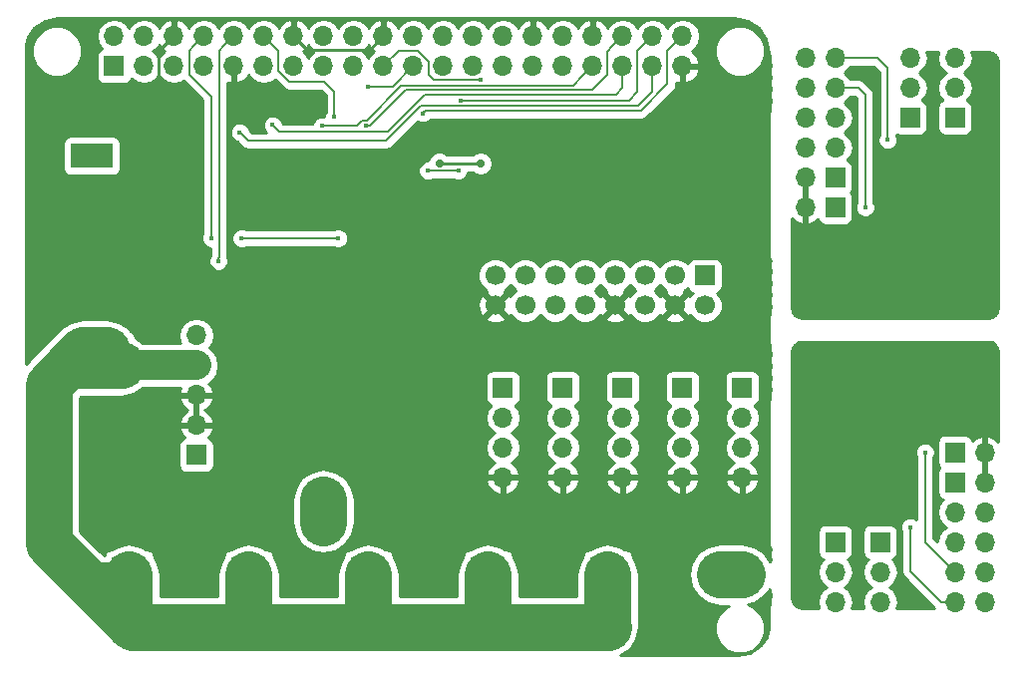
<source format=gbl>
G04 #@! TF.FileFunction,Copper,L2,Bot,Signal*
%FSLAX46Y46*%
G04 Gerber Fmt 4.6, Leading zero omitted, Abs format (unit mm)*
G04 Created by KiCad (PCBNEW 4.0.7) date 08/21/18 18:23:19*
%MOMM*%
%LPD*%
G01*
G04 APERTURE LIST*
%ADD10C,0.100000*%
%ADD11R,1.700000X1.700000*%
%ADD12C,1.700000*%
%ADD13O,1.700000X1.700000*%
%ADD14R,3.600000X2.100000*%
%ADD15O,3.600000X2.100000*%
%ADD16R,3.000000X3.000000*%
%ADD17C,3.000000*%
%ADD18C,0.400000*%
%ADD19C,0.700000*%
%ADD20C,4.000000*%
%ADD21C,0.203200*%
%ADD22C,0.254000*%
%ADD23C,0.300000*%
%ADD24C,2.000000*%
%ADD25C,2.540000*%
G04 APERTURE END LIST*
D10*
D11*
X136525000Y-38100000D03*
D12*
X136525000Y-40640000D03*
X133985000Y-38100000D03*
X133985000Y-40640000D03*
X131445000Y-38100000D03*
X131445000Y-40640000D03*
X128905000Y-38100000D03*
X128905000Y-40640000D03*
X126365000Y-38100000D03*
X126365000Y-40640000D03*
X123825000Y-38100000D03*
X123825000Y-40640000D03*
X121285000Y-38100000D03*
X121285000Y-40640000D03*
X118745000Y-38100000D03*
X118745000Y-40640000D03*
D11*
X119380000Y-47625000D03*
D13*
X119380000Y-50165000D03*
X119380000Y-52705000D03*
X119380000Y-55245000D03*
D11*
X124460000Y-47625000D03*
D13*
X124460000Y-50165000D03*
X124460000Y-52705000D03*
X124460000Y-55245000D03*
D11*
X129540000Y-47625000D03*
D13*
X129540000Y-50165000D03*
X129540000Y-52705000D03*
X129540000Y-55245000D03*
D11*
X93345000Y-53340000D03*
D13*
X93345000Y-50800000D03*
X93345000Y-48260000D03*
X93345000Y-45720000D03*
X93345000Y-43180000D03*
D11*
X139700000Y-47625000D03*
D13*
X139700000Y-50165000D03*
X139700000Y-52705000D03*
X139700000Y-55245000D03*
D11*
X134620000Y-47625000D03*
D13*
X134620000Y-50165000D03*
X134620000Y-52705000D03*
X134620000Y-55245000D03*
D11*
X86360000Y-20320000D03*
D13*
X86360000Y-17780000D03*
X88900000Y-20320000D03*
X88900000Y-17780000D03*
X91440000Y-20320000D03*
X91440000Y-17780000D03*
X93980000Y-20320000D03*
X93980000Y-17780000D03*
X96520000Y-20320000D03*
X96520000Y-17780000D03*
X99060000Y-20320000D03*
X99060000Y-17780000D03*
X101600000Y-20320000D03*
X101600000Y-17780000D03*
X104140000Y-20320000D03*
X104140000Y-17780000D03*
X106680000Y-20320000D03*
X106680000Y-17780000D03*
X109220000Y-20320000D03*
X109220000Y-17780000D03*
X111760000Y-20320000D03*
X111760000Y-17780000D03*
X114300000Y-20320000D03*
X114300000Y-17780000D03*
X116840000Y-20320000D03*
X116840000Y-17780000D03*
X119380000Y-20320000D03*
X119380000Y-17780000D03*
X121920000Y-20320000D03*
X121920000Y-17780000D03*
X124460000Y-20320000D03*
X124460000Y-17780000D03*
X127000000Y-20320000D03*
X127000000Y-17780000D03*
X129540000Y-20320000D03*
X129540000Y-17780000D03*
X132080000Y-20320000D03*
X132080000Y-17780000D03*
X134620000Y-20320000D03*
X134620000Y-17780000D03*
D14*
X85725000Y-44450000D03*
D15*
X85725000Y-52070000D03*
D16*
X87630000Y-63500000D03*
D17*
X92710000Y-63500000D03*
D16*
X97790000Y-63500000D03*
D17*
X102870000Y-63500000D03*
D16*
X107950000Y-63500000D03*
D17*
X113030000Y-63500000D03*
D16*
X118110000Y-63500000D03*
D17*
X123190000Y-63500000D03*
D16*
X128270000Y-63500000D03*
D17*
X133350000Y-63500000D03*
D11*
X157761521Y-55644537D03*
D13*
X160301521Y-55644537D03*
X157761521Y-58184537D03*
X160301521Y-58184537D03*
X157761521Y-60724537D03*
X160301521Y-60724537D03*
X157761521Y-63264537D03*
X160301521Y-63264537D03*
X157761521Y-65804537D03*
X160301521Y-65804537D03*
D11*
X151411521Y-60724537D03*
D13*
X151411521Y-63264537D03*
X151411521Y-65804537D03*
D11*
X147601521Y-60724537D03*
D13*
X147601521Y-63264537D03*
X147601521Y-65804537D03*
D11*
X147596947Y-29762725D03*
D13*
X145056947Y-29762725D03*
X147596947Y-27222725D03*
X145056947Y-27222725D03*
X147596947Y-24682725D03*
X145056947Y-24682725D03*
X147596947Y-22142725D03*
X145056947Y-22142725D03*
X147596947Y-19602725D03*
X145056947Y-19602725D03*
D11*
X153946947Y-24682725D03*
D13*
X153946947Y-22142725D03*
X153946947Y-19602725D03*
D11*
X157756947Y-24682725D03*
D13*
X157756947Y-22142725D03*
X157756947Y-19602725D03*
D11*
X157761521Y-53104537D03*
D13*
X160301521Y-53104537D03*
D11*
X147596947Y-32302725D03*
D13*
X145056947Y-32302725D03*
D14*
X84455000Y-27940000D03*
D15*
X84455000Y-35560000D03*
D18*
X94615000Y-34925000D03*
X95222507Y-36852641D03*
D19*
X121666000Y-26924000D03*
X104176737Y-33678190D03*
X96520000Y-30480000D03*
X112395000Y-34290000D03*
X129540000Y-26035000D03*
X92075000Y-36195000D03*
D18*
X97155000Y-34925000D03*
X105410000Y-34925000D03*
X117471428Y-21491579D03*
X113017843Y-29199056D03*
X115576801Y-29214278D03*
D19*
X113981436Y-28550655D03*
X117475000Y-28575000D03*
D18*
X105049188Y-24609410D03*
D19*
X145061521Y-49929537D03*
X150141521Y-49929537D03*
D18*
X155221699Y-53104396D03*
X153951521Y-59454537D03*
D19*
X160296947Y-35477725D03*
X155216947Y-35096725D03*
D18*
X150136947Y-32302725D03*
X152041947Y-26587725D03*
X107950000Y-22033015D03*
X104013000Y-25400000D03*
X99813568Y-25319635D03*
X107724590Y-25400000D03*
X97021247Y-25933366D03*
X115757453Y-23212421D03*
X112581547Y-24308354D03*
D20*
X139700000Y-63500000D02*
X137795000Y-63500000D01*
X104140000Y-59055000D02*
X104140000Y-57150000D01*
D21*
X94615000Y-34925000D02*
X94618426Y-34921574D01*
X92730567Y-21008318D02*
X92730567Y-19029433D01*
X94618426Y-34921574D02*
X94618426Y-22896177D01*
X94618426Y-22896177D02*
X92730567Y-21008318D01*
X92730567Y-19029433D02*
X93130001Y-18629999D01*
X93130001Y-18629999D02*
X93980000Y-17780000D01*
X95222507Y-36569799D02*
X95272825Y-36519481D01*
X95272825Y-36519481D02*
X95272825Y-19027175D01*
X95670001Y-18629999D02*
X96520000Y-17780000D01*
X95222507Y-36852641D02*
X95222507Y-36569799D01*
X95272825Y-19027175D02*
X95670001Y-18629999D01*
D22*
X104163190Y-33678190D02*
X104176737Y-33678190D01*
X104140000Y-33655000D02*
X104163190Y-33678190D01*
X130107081Y-26035000D02*
X130034974Y-26035000D01*
X130034974Y-26035000D02*
X129540000Y-26035000D01*
X102777801Y-18957801D02*
X108042199Y-18957801D01*
X108042199Y-18957801D02*
X109220000Y-17780000D01*
D23*
X101600000Y-17780000D02*
X102777801Y-18957801D01*
D22*
X90170000Y-19050000D02*
X90170000Y-21590000D01*
X91440000Y-17780000D02*
X90170000Y-19050000D01*
D21*
X105410000Y-34925000D02*
X105409818Y-34925182D01*
X105409818Y-34925182D02*
X97509841Y-34925182D01*
X97509841Y-34925182D02*
X97509659Y-34925000D01*
X97509659Y-34925000D02*
X97155000Y-34925000D01*
X109220000Y-20320000D02*
X110501076Y-19038924D01*
X110501076Y-19038924D02*
X112150438Y-19038924D01*
X112150438Y-19038924D02*
X113040884Y-19929370D01*
X113040884Y-19929370D02*
X113040884Y-21052721D01*
X113040884Y-21052721D02*
X113479742Y-21491579D01*
X117188586Y-21491579D02*
X117471428Y-21491579D01*
X113479742Y-21491579D02*
X117188586Y-21491579D01*
X115576801Y-29214278D02*
X113033065Y-29214278D01*
X113033065Y-29214278D02*
X113017843Y-29199056D01*
D20*
X80775499Y-47379501D02*
X82804000Y-45351000D01*
X82804000Y-45351000D02*
X83705000Y-44450000D01*
X86995000Y-45720000D02*
X83173000Y-45720000D01*
X83173000Y-45720000D02*
X82804000Y-45351000D01*
X118110000Y-67945000D02*
X128279904Y-67945000D01*
X128279904Y-67945000D02*
X128270000Y-67935096D01*
X128270000Y-67935096D02*
X128270000Y-63500000D01*
X87630000Y-63500000D02*
X87630000Y-67670963D01*
D24*
X87630000Y-67670963D02*
X87904037Y-67945000D01*
X87630000Y-63500000D02*
X83400000Y-63500000D01*
D20*
X83459037Y-63500000D02*
X87904037Y-67945000D01*
X87904037Y-67945000D02*
X97155000Y-67945000D01*
X83400000Y-63500000D02*
X80775499Y-60875499D01*
X80775499Y-60875499D02*
X80775499Y-47379501D01*
X83705000Y-44450000D02*
X85725000Y-44450000D01*
D25*
X93345000Y-45720000D02*
X86995000Y-45720000D01*
D23*
X86995000Y-45720000D02*
X85725000Y-44450000D01*
D20*
X97155000Y-67945000D02*
X107315000Y-67945000D01*
X97790000Y-63500000D02*
X97790000Y-67310000D01*
X97790000Y-67310000D02*
X97155000Y-67945000D01*
X107315000Y-67945000D02*
X118110000Y-67945000D01*
X107950000Y-63500000D02*
X107950000Y-67310000D01*
X107950000Y-67310000D02*
X107315000Y-67945000D01*
X118110000Y-63500000D02*
X118110000Y-67945000D01*
D22*
X114005781Y-28575000D02*
X113981436Y-28550655D01*
X117475000Y-28575000D02*
X114005781Y-28575000D01*
D21*
X99060000Y-17780000D02*
X100294385Y-19014385D01*
X100294385Y-19014385D02*
X100294385Y-20685899D01*
X100294385Y-20685899D02*
X101247525Y-21639039D01*
X101247525Y-21639039D02*
X104213242Y-21639039D01*
X104213242Y-21639039D02*
X105049188Y-22474985D01*
X105049188Y-22474985D02*
X105049188Y-24609410D01*
D23*
X150141521Y-49929537D02*
X150776521Y-49929537D01*
D21*
X155221699Y-60724715D02*
X155221699Y-53387238D01*
X157761521Y-63264537D02*
X155221699Y-60724715D01*
X155221699Y-53387238D02*
X155221699Y-53104396D01*
X153951521Y-59737379D02*
X153951521Y-59454537D01*
X153951521Y-63196618D02*
X153951521Y-59737379D01*
X156559440Y-65804537D02*
X153951521Y-63196618D01*
X157761521Y-65804537D02*
X156559440Y-65804537D01*
X147596947Y-22142725D02*
X149559027Y-22142725D01*
X149559027Y-22142725D02*
X150136947Y-22720645D01*
X150136947Y-22720645D02*
X150136947Y-32302725D01*
X147596947Y-19602725D02*
X151176420Y-19602725D01*
X151176420Y-19602725D02*
X152041947Y-20468252D01*
X152041947Y-20468252D02*
X152041947Y-26587725D01*
X110046985Y-22033015D02*
X108232842Y-22033015D01*
X111760000Y-20320000D02*
X110046985Y-22033015D01*
X108232842Y-22033015D02*
X107950000Y-22033015D01*
X104013000Y-25400000D02*
X106955056Y-25400000D01*
X110744011Y-21970989D02*
X125349011Y-21970989D01*
X106955056Y-25400000D02*
X107441714Y-24913342D01*
X107441714Y-24913342D02*
X107801658Y-24913342D01*
X107801658Y-24913342D02*
X110744011Y-21970989D01*
X125349011Y-21970989D02*
X126150001Y-21169999D01*
X126150001Y-21169999D02*
X127000000Y-20320000D01*
X129540000Y-20320000D02*
X129540000Y-22186594D01*
X129540000Y-22186594D02*
X128993583Y-22733011D01*
X128993583Y-22733011D02*
X112775989Y-22733011D01*
X112775989Y-22733011D02*
X109601000Y-25908000D01*
X109601000Y-25908000D02*
X100401933Y-25908000D01*
X100401933Y-25908000D02*
X100013567Y-25519634D01*
X100013567Y-25519634D02*
X99813568Y-25319635D01*
X107724590Y-25400000D02*
X108077000Y-25400000D01*
X108077000Y-25400000D02*
X111125000Y-22352000D01*
X111125000Y-22352000D02*
X126969170Y-22352000D01*
X126969170Y-22352000D02*
X128259619Y-21061551D01*
X128259619Y-21061551D02*
X128259619Y-19060381D01*
X128259619Y-19060381D02*
X128690001Y-18629999D01*
X128690001Y-18629999D02*
X129540000Y-17780000D01*
X109403732Y-26670000D02*
X97757881Y-26670000D01*
X97221246Y-26133365D02*
X97021247Y-25933366D01*
X112371548Y-23702184D02*
X109403732Y-26670000D01*
X130844804Y-23702184D02*
X112371548Y-23702184D01*
X132080000Y-22466988D02*
X130844804Y-23702184D01*
X132080000Y-20320000D02*
X132080000Y-22466988D01*
X97757881Y-26670000D02*
X97221246Y-26133365D01*
X132080000Y-17780000D02*
X130807454Y-19052546D01*
X130807454Y-22518943D02*
X130113976Y-23212421D01*
X130807454Y-19052546D02*
X130807454Y-22518943D01*
X130113976Y-23212421D02*
X116040295Y-23212421D01*
X116040295Y-23212421D02*
X115757453Y-23212421D01*
X134620000Y-17780000D02*
X133350000Y-19050000D01*
X133350000Y-19050000D02*
X133350000Y-21844000D01*
X133350000Y-21844000D02*
X131110805Y-24083195D01*
X131110805Y-24083195D02*
X112800049Y-24083195D01*
X112800049Y-24083195D02*
X112581547Y-24301697D01*
X112581547Y-24301697D02*
X112581547Y-24308354D01*
D22*
G36*
X140148795Y-16433490D02*
X141067592Y-17047411D01*
X141681510Y-17966205D01*
X141924642Y-19188514D01*
X141951404Y-19253122D01*
X141965046Y-19321705D01*
X142003897Y-19379849D01*
X142030657Y-19444454D01*
X142039516Y-19453313D01*
X141990154Y-19572190D01*
X141989847Y-19924265D01*
X142113000Y-20222319D01*
X142113000Y-20276344D01*
X141990154Y-20572190D01*
X141989847Y-20924265D01*
X142113000Y-21222319D01*
X142113000Y-21276344D01*
X141990154Y-21572190D01*
X141989847Y-21924265D01*
X142113000Y-22222319D01*
X142113000Y-22276344D01*
X141990154Y-22572190D01*
X141989847Y-22924265D01*
X142113000Y-23222319D01*
X142113000Y-23276344D01*
X141990154Y-23572190D01*
X141989847Y-23924265D01*
X142060801Y-24095987D01*
X141965046Y-24239295D01*
X141911000Y-24511000D01*
X141911000Y-36322000D01*
X141965046Y-36593705D01*
X142097432Y-36791836D01*
X141990154Y-37050190D01*
X141989847Y-37402265D01*
X142113000Y-37700319D01*
X142113000Y-37754344D01*
X141990154Y-38050190D01*
X141989847Y-38402265D01*
X142113000Y-38700319D01*
X142113000Y-38754344D01*
X141990154Y-39050190D01*
X141989847Y-39402265D01*
X142113000Y-39700319D01*
X142113000Y-39754344D01*
X141990154Y-40050190D01*
X141989847Y-40402265D01*
X142113000Y-40700319D01*
X142113000Y-40754344D01*
X141990154Y-41050190D01*
X141989847Y-41402265D01*
X142008207Y-41446700D01*
X141965046Y-41511295D01*
X141911000Y-41783000D01*
X141911000Y-43561000D01*
X141965046Y-43832705D01*
X142044678Y-43951883D01*
X141990154Y-44083190D01*
X141989847Y-44435265D01*
X142113000Y-44733319D01*
X142113000Y-44787344D01*
X141990154Y-45083190D01*
X141989847Y-45435265D01*
X142113000Y-45733319D01*
X142113000Y-45787344D01*
X141990154Y-46083190D01*
X141989847Y-46435265D01*
X142113000Y-46733319D01*
X142113000Y-46787344D01*
X141990154Y-47083190D01*
X141989847Y-47435265D01*
X142113000Y-47733319D01*
X142113000Y-47787344D01*
X141990154Y-48083190D01*
X141989847Y-48435265D01*
X142060801Y-48606987D01*
X141965046Y-48750295D01*
X141911000Y-49022000D01*
X141911000Y-60833000D01*
X141965046Y-61104705D01*
X142097432Y-61302836D01*
X141990154Y-61561190D01*
X141989847Y-61913265D01*
X142113000Y-62211319D01*
X142113000Y-62265344D01*
X142063261Y-62385128D01*
X141563226Y-61636774D01*
X140708371Y-61065577D01*
X139700000Y-60865000D01*
X137795000Y-60865000D01*
X136786629Y-61065577D01*
X135931774Y-61636774D01*
X135360577Y-62491629D01*
X135160000Y-63500000D01*
X135360577Y-64508371D01*
X135931774Y-65363226D01*
X136786629Y-65934423D01*
X137795000Y-66135000D01*
X138533850Y-66135000D01*
X138282200Y-66238980D01*
X137681091Y-66839041D01*
X137355372Y-67623459D01*
X137354630Y-68472815D01*
X137678980Y-69257800D01*
X138279041Y-69858909D01*
X139063459Y-70184628D01*
X139912815Y-70185370D01*
X140697800Y-69861020D01*
X141298909Y-69260959D01*
X141624628Y-68476541D01*
X141625370Y-67627185D01*
X141301020Y-66842200D01*
X140700959Y-66241091D01*
X140204021Y-66034744D01*
X140708371Y-65934423D01*
X141563226Y-65363226D01*
X141990012Y-64724497D01*
X141989847Y-64913265D01*
X142113000Y-65211319D01*
X142113000Y-65265344D01*
X141990154Y-65561190D01*
X141989847Y-65913265D01*
X142040631Y-66036173D01*
X141965046Y-66149295D01*
X141911000Y-66421000D01*
X141911000Y-68002069D01*
X141754375Y-68789478D01*
X141269758Y-69514758D01*
X140338497Y-70137007D01*
X139227491Y-70358000D01*
X129320337Y-70358000D01*
X130143130Y-69808226D01*
X130714327Y-68953371D01*
X130914904Y-67945000D01*
X130905000Y-67895209D01*
X130905000Y-63500000D01*
X130704423Y-62491629D01*
X130417440Y-62062129D01*
X130417440Y-62000000D01*
X130373162Y-61764683D01*
X130234090Y-61548559D01*
X130021890Y-61403569D01*
X129770000Y-61352560D01*
X129707871Y-61352560D01*
X129278371Y-61065577D01*
X128270000Y-60865000D01*
X127261629Y-61065577D01*
X126832129Y-61352560D01*
X126770000Y-61352560D01*
X126534683Y-61396838D01*
X126318559Y-61535910D01*
X126173569Y-61748110D01*
X126122560Y-62000000D01*
X126122560Y-62062129D01*
X125835577Y-62491629D01*
X125635000Y-63500000D01*
X125635000Y-65310000D01*
X120745000Y-65310000D01*
X120745000Y-63500000D01*
X120544423Y-62491629D01*
X120257440Y-62062129D01*
X120257440Y-62000000D01*
X120213162Y-61764683D01*
X120074090Y-61548559D01*
X119861890Y-61403569D01*
X119610000Y-61352560D01*
X119547871Y-61352560D01*
X119118371Y-61065577D01*
X118110000Y-60865000D01*
X117101629Y-61065577D01*
X116672129Y-61352560D01*
X116610000Y-61352560D01*
X116374683Y-61396838D01*
X116158559Y-61535910D01*
X116013569Y-61748110D01*
X115962560Y-62000000D01*
X115962560Y-62062129D01*
X115675577Y-62491629D01*
X115475000Y-63500000D01*
X115475000Y-65310000D01*
X110585000Y-65310000D01*
X110585000Y-63500000D01*
X110384423Y-62491629D01*
X110097440Y-62062129D01*
X110097440Y-62000000D01*
X110053162Y-61764683D01*
X109914090Y-61548559D01*
X109701890Y-61403569D01*
X109450000Y-61352560D01*
X109387871Y-61352560D01*
X108958371Y-61065577D01*
X107950000Y-60865000D01*
X106941629Y-61065577D01*
X106512129Y-61352560D01*
X106450000Y-61352560D01*
X106214683Y-61396838D01*
X105998559Y-61535910D01*
X105853569Y-61748110D01*
X105802560Y-62000000D01*
X105802560Y-62062129D01*
X105515577Y-62491629D01*
X105315000Y-63500000D01*
X105315000Y-65310000D01*
X100425000Y-65310000D01*
X100425000Y-63500000D01*
X100224423Y-62491629D01*
X99937440Y-62062129D01*
X99937440Y-62000000D01*
X99893162Y-61764683D01*
X99754090Y-61548559D01*
X99541890Y-61403569D01*
X99290000Y-61352560D01*
X99227871Y-61352560D01*
X98798371Y-61065577D01*
X97790000Y-60865000D01*
X96781629Y-61065577D01*
X96352129Y-61352560D01*
X96290000Y-61352560D01*
X96054683Y-61396838D01*
X95838559Y-61535910D01*
X95693569Y-61748110D01*
X95642560Y-62000000D01*
X95642560Y-62062129D01*
X95355577Y-62491629D01*
X95155000Y-63500000D01*
X95155000Y-65310000D01*
X90265000Y-65310000D01*
X90265000Y-63500000D01*
X90064423Y-62491629D01*
X89777440Y-62062129D01*
X89777440Y-62000000D01*
X89733162Y-61764683D01*
X89594090Y-61548559D01*
X89381890Y-61403569D01*
X89130000Y-61352560D01*
X89067871Y-61352560D01*
X88638371Y-61065577D01*
X87630000Y-60865000D01*
X86621629Y-61065577D01*
X86192129Y-61352560D01*
X86130000Y-61352560D01*
X85894683Y-61396838D01*
X85678559Y-61535910D01*
X85533569Y-61748110D01*
X85516734Y-61831245D01*
X85322263Y-61636774D01*
X85144344Y-61517892D01*
X83410499Y-59784047D01*
X83410499Y-57150000D01*
X101505000Y-57150000D01*
X101505000Y-59055000D01*
X101705577Y-60063371D01*
X102276774Y-60918226D01*
X103131629Y-61489423D01*
X104140000Y-61690000D01*
X105148371Y-61489423D01*
X106003226Y-60918226D01*
X106574423Y-60063371D01*
X106775000Y-59055000D01*
X106775000Y-57150000D01*
X106574423Y-56141629D01*
X106213781Y-55601890D01*
X117938524Y-55601890D01*
X118108355Y-56011924D01*
X118498642Y-56440183D01*
X119023108Y-56686486D01*
X119253000Y-56565819D01*
X119253000Y-55372000D01*
X119507000Y-55372000D01*
X119507000Y-56565819D01*
X119736892Y-56686486D01*
X120261358Y-56440183D01*
X120651645Y-56011924D01*
X120821476Y-55601890D01*
X123018524Y-55601890D01*
X123188355Y-56011924D01*
X123578642Y-56440183D01*
X124103108Y-56686486D01*
X124333000Y-56565819D01*
X124333000Y-55372000D01*
X124587000Y-55372000D01*
X124587000Y-56565819D01*
X124816892Y-56686486D01*
X125341358Y-56440183D01*
X125731645Y-56011924D01*
X125901476Y-55601890D01*
X128098524Y-55601890D01*
X128268355Y-56011924D01*
X128658642Y-56440183D01*
X129183108Y-56686486D01*
X129413000Y-56565819D01*
X129413000Y-55372000D01*
X129667000Y-55372000D01*
X129667000Y-56565819D01*
X129896892Y-56686486D01*
X130421358Y-56440183D01*
X130811645Y-56011924D01*
X130981476Y-55601890D01*
X133178524Y-55601890D01*
X133348355Y-56011924D01*
X133738642Y-56440183D01*
X134263108Y-56686486D01*
X134493000Y-56565819D01*
X134493000Y-55372000D01*
X134747000Y-55372000D01*
X134747000Y-56565819D01*
X134976892Y-56686486D01*
X135501358Y-56440183D01*
X135891645Y-56011924D01*
X136061476Y-55601890D01*
X138258524Y-55601890D01*
X138428355Y-56011924D01*
X138818642Y-56440183D01*
X139343108Y-56686486D01*
X139573000Y-56565819D01*
X139573000Y-55372000D01*
X139827000Y-55372000D01*
X139827000Y-56565819D01*
X140056892Y-56686486D01*
X140581358Y-56440183D01*
X140971645Y-56011924D01*
X141141476Y-55601890D01*
X141020155Y-55372000D01*
X139827000Y-55372000D01*
X139573000Y-55372000D01*
X138379845Y-55372000D01*
X138258524Y-55601890D01*
X136061476Y-55601890D01*
X135940155Y-55372000D01*
X134747000Y-55372000D01*
X134493000Y-55372000D01*
X133299845Y-55372000D01*
X133178524Y-55601890D01*
X130981476Y-55601890D01*
X130860155Y-55372000D01*
X129667000Y-55372000D01*
X129413000Y-55372000D01*
X128219845Y-55372000D01*
X128098524Y-55601890D01*
X125901476Y-55601890D01*
X125780155Y-55372000D01*
X124587000Y-55372000D01*
X124333000Y-55372000D01*
X123139845Y-55372000D01*
X123018524Y-55601890D01*
X120821476Y-55601890D01*
X120700155Y-55372000D01*
X119507000Y-55372000D01*
X119253000Y-55372000D01*
X118059845Y-55372000D01*
X117938524Y-55601890D01*
X106213781Y-55601890D01*
X106003226Y-55286774D01*
X105148371Y-54715577D01*
X104140000Y-54515000D01*
X103131629Y-54715577D01*
X102276774Y-55286774D01*
X101705577Y-56141629D01*
X101505000Y-57150000D01*
X83410499Y-57150000D01*
X83410499Y-52490000D01*
X91847560Y-52490000D01*
X91847560Y-54190000D01*
X91891838Y-54425317D01*
X92030910Y-54641441D01*
X92243110Y-54786431D01*
X92495000Y-54837440D01*
X94195000Y-54837440D01*
X94430317Y-54793162D01*
X94646441Y-54654090D01*
X94791431Y-54441890D01*
X94842440Y-54190000D01*
X94842440Y-52490000D01*
X94798162Y-52254683D01*
X94659090Y-52038559D01*
X94446890Y-51893569D01*
X94338893Y-51871699D01*
X94616645Y-51566924D01*
X94786476Y-51156890D01*
X94665155Y-50927000D01*
X93472000Y-50927000D01*
X93472000Y-50947000D01*
X93218000Y-50947000D01*
X93218000Y-50927000D01*
X92024845Y-50927000D01*
X91903524Y-51156890D01*
X92073355Y-51566924D01*
X92349501Y-51869937D01*
X92259683Y-51886838D01*
X92043559Y-52025910D01*
X91898569Y-52238110D01*
X91847560Y-52490000D01*
X83410499Y-52490000D01*
X83410499Y-48616890D01*
X91903524Y-48616890D01*
X92073355Y-49026924D01*
X92463642Y-49455183D01*
X92622954Y-49530000D01*
X92463642Y-49604817D01*
X92073355Y-50033076D01*
X91903524Y-50443110D01*
X92024845Y-50673000D01*
X93218000Y-50673000D01*
X93218000Y-48387000D01*
X93472000Y-48387000D01*
X93472000Y-50673000D01*
X94665155Y-50673000D01*
X94786476Y-50443110D01*
X94671287Y-50165000D01*
X117865907Y-50165000D01*
X117978946Y-50733285D01*
X118300853Y-51215054D01*
X118630026Y-51435000D01*
X118300853Y-51654946D01*
X117978946Y-52136715D01*
X117865907Y-52705000D01*
X117978946Y-53273285D01*
X118300853Y-53755054D01*
X118641553Y-53982702D01*
X118498642Y-54049817D01*
X118108355Y-54478076D01*
X117938524Y-54888110D01*
X118059845Y-55118000D01*
X119253000Y-55118000D01*
X119253000Y-55098000D01*
X119507000Y-55098000D01*
X119507000Y-55118000D01*
X120700155Y-55118000D01*
X120821476Y-54888110D01*
X120651645Y-54478076D01*
X120261358Y-54049817D01*
X120118447Y-53982702D01*
X120459147Y-53755054D01*
X120781054Y-53273285D01*
X120894093Y-52705000D01*
X120781054Y-52136715D01*
X120459147Y-51654946D01*
X120129974Y-51435000D01*
X120459147Y-51215054D01*
X120781054Y-50733285D01*
X120894093Y-50165000D01*
X122945907Y-50165000D01*
X123058946Y-50733285D01*
X123380853Y-51215054D01*
X123710026Y-51435000D01*
X123380853Y-51654946D01*
X123058946Y-52136715D01*
X122945907Y-52705000D01*
X123058946Y-53273285D01*
X123380853Y-53755054D01*
X123721553Y-53982702D01*
X123578642Y-54049817D01*
X123188355Y-54478076D01*
X123018524Y-54888110D01*
X123139845Y-55118000D01*
X124333000Y-55118000D01*
X124333000Y-55098000D01*
X124587000Y-55098000D01*
X124587000Y-55118000D01*
X125780155Y-55118000D01*
X125901476Y-54888110D01*
X125731645Y-54478076D01*
X125341358Y-54049817D01*
X125198447Y-53982702D01*
X125539147Y-53755054D01*
X125861054Y-53273285D01*
X125974093Y-52705000D01*
X125861054Y-52136715D01*
X125539147Y-51654946D01*
X125209974Y-51435000D01*
X125539147Y-51215054D01*
X125861054Y-50733285D01*
X125974093Y-50165000D01*
X128025907Y-50165000D01*
X128138946Y-50733285D01*
X128460853Y-51215054D01*
X128790026Y-51435000D01*
X128460853Y-51654946D01*
X128138946Y-52136715D01*
X128025907Y-52705000D01*
X128138946Y-53273285D01*
X128460853Y-53755054D01*
X128801553Y-53982702D01*
X128658642Y-54049817D01*
X128268355Y-54478076D01*
X128098524Y-54888110D01*
X128219845Y-55118000D01*
X129413000Y-55118000D01*
X129413000Y-55098000D01*
X129667000Y-55098000D01*
X129667000Y-55118000D01*
X130860155Y-55118000D01*
X130981476Y-54888110D01*
X130811645Y-54478076D01*
X130421358Y-54049817D01*
X130278447Y-53982702D01*
X130619147Y-53755054D01*
X130941054Y-53273285D01*
X131054093Y-52705000D01*
X130941054Y-52136715D01*
X130619147Y-51654946D01*
X130289974Y-51435000D01*
X130619147Y-51215054D01*
X130941054Y-50733285D01*
X131054093Y-50165000D01*
X133105907Y-50165000D01*
X133218946Y-50733285D01*
X133540853Y-51215054D01*
X133870026Y-51435000D01*
X133540853Y-51654946D01*
X133218946Y-52136715D01*
X133105907Y-52705000D01*
X133218946Y-53273285D01*
X133540853Y-53755054D01*
X133881553Y-53982702D01*
X133738642Y-54049817D01*
X133348355Y-54478076D01*
X133178524Y-54888110D01*
X133299845Y-55118000D01*
X134493000Y-55118000D01*
X134493000Y-55098000D01*
X134747000Y-55098000D01*
X134747000Y-55118000D01*
X135940155Y-55118000D01*
X136061476Y-54888110D01*
X135891645Y-54478076D01*
X135501358Y-54049817D01*
X135358447Y-53982702D01*
X135699147Y-53755054D01*
X136021054Y-53273285D01*
X136134093Y-52705000D01*
X136021054Y-52136715D01*
X135699147Y-51654946D01*
X135369974Y-51435000D01*
X135699147Y-51215054D01*
X136021054Y-50733285D01*
X136134093Y-50165000D01*
X138185907Y-50165000D01*
X138298946Y-50733285D01*
X138620853Y-51215054D01*
X138950026Y-51435000D01*
X138620853Y-51654946D01*
X138298946Y-52136715D01*
X138185907Y-52705000D01*
X138298946Y-53273285D01*
X138620853Y-53755054D01*
X138961553Y-53982702D01*
X138818642Y-54049817D01*
X138428355Y-54478076D01*
X138258524Y-54888110D01*
X138379845Y-55118000D01*
X139573000Y-55118000D01*
X139573000Y-55098000D01*
X139827000Y-55098000D01*
X139827000Y-55118000D01*
X141020155Y-55118000D01*
X141141476Y-54888110D01*
X140971645Y-54478076D01*
X140581358Y-54049817D01*
X140438447Y-53982702D01*
X140779147Y-53755054D01*
X141101054Y-53273285D01*
X141214093Y-52705000D01*
X141101054Y-52136715D01*
X140779147Y-51654946D01*
X140449974Y-51435000D01*
X140779147Y-51215054D01*
X141101054Y-50733285D01*
X141214093Y-50165000D01*
X141101054Y-49596715D01*
X140779147Y-49114946D01*
X140737548Y-49087150D01*
X140785317Y-49078162D01*
X141001441Y-48939090D01*
X141146431Y-48726890D01*
X141197440Y-48475000D01*
X141197440Y-46775000D01*
X141153162Y-46539683D01*
X141014090Y-46323559D01*
X140801890Y-46178569D01*
X140550000Y-46127560D01*
X138850000Y-46127560D01*
X138614683Y-46171838D01*
X138398559Y-46310910D01*
X138253569Y-46523110D01*
X138202560Y-46775000D01*
X138202560Y-48475000D01*
X138246838Y-48710317D01*
X138385910Y-48926441D01*
X138598110Y-49071431D01*
X138665541Y-49085086D01*
X138620853Y-49114946D01*
X138298946Y-49596715D01*
X138185907Y-50165000D01*
X136134093Y-50165000D01*
X136021054Y-49596715D01*
X135699147Y-49114946D01*
X135657548Y-49087150D01*
X135705317Y-49078162D01*
X135921441Y-48939090D01*
X136066431Y-48726890D01*
X136117440Y-48475000D01*
X136117440Y-46775000D01*
X136073162Y-46539683D01*
X135934090Y-46323559D01*
X135721890Y-46178569D01*
X135470000Y-46127560D01*
X133770000Y-46127560D01*
X133534683Y-46171838D01*
X133318559Y-46310910D01*
X133173569Y-46523110D01*
X133122560Y-46775000D01*
X133122560Y-48475000D01*
X133166838Y-48710317D01*
X133305910Y-48926441D01*
X133518110Y-49071431D01*
X133585541Y-49085086D01*
X133540853Y-49114946D01*
X133218946Y-49596715D01*
X133105907Y-50165000D01*
X131054093Y-50165000D01*
X130941054Y-49596715D01*
X130619147Y-49114946D01*
X130577548Y-49087150D01*
X130625317Y-49078162D01*
X130841441Y-48939090D01*
X130986431Y-48726890D01*
X131037440Y-48475000D01*
X131037440Y-46775000D01*
X130993162Y-46539683D01*
X130854090Y-46323559D01*
X130641890Y-46178569D01*
X130390000Y-46127560D01*
X128690000Y-46127560D01*
X128454683Y-46171838D01*
X128238559Y-46310910D01*
X128093569Y-46523110D01*
X128042560Y-46775000D01*
X128042560Y-48475000D01*
X128086838Y-48710317D01*
X128225910Y-48926441D01*
X128438110Y-49071431D01*
X128505541Y-49085086D01*
X128460853Y-49114946D01*
X128138946Y-49596715D01*
X128025907Y-50165000D01*
X125974093Y-50165000D01*
X125861054Y-49596715D01*
X125539147Y-49114946D01*
X125497548Y-49087150D01*
X125545317Y-49078162D01*
X125761441Y-48939090D01*
X125906431Y-48726890D01*
X125957440Y-48475000D01*
X125957440Y-46775000D01*
X125913162Y-46539683D01*
X125774090Y-46323559D01*
X125561890Y-46178569D01*
X125310000Y-46127560D01*
X123610000Y-46127560D01*
X123374683Y-46171838D01*
X123158559Y-46310910D01*
X123013569Y-46523110D01*
X122962560Y-46775000D01*
X122962560Y-48475000D01*
X123006838Y-48710317D01*
X123145910Y-48926441D01*
X123358110Y-49071431D01*
X123425541Y-49085086D01*
X123380853Y-49114946D01*
X123058946Y-49596715D01*
X122945907Y-50165000D01*
X120894093Y-50165000D01*
X120781054Y-49596715D01*
X120459147Y-49114946D01*
X120417548Y-49087150D01*
X120465317Y-49078162D01*
X120681441Y-48939090D01*
X120826431Y-48726890D01*
X120877440Y-48475000D01*
X120877440Y-46775000D01*
X120833162Y-46539683D01*
X120694090Y-46323559D01*
X120481890Y-46178569D01*
X120230000Y-46127560D01*
X118530000Y-46127560D01*
X118294683Y-46171838D01*
X118078559Y-46310910D01*
X117933569Y-46523110D01*
X117882560Y-46775000D01*
X117882560Y-48475000D01*
X117926838Y-48710317D01*
X118065910Y-48926441D01*
X118278110Y-49071431D01*
X118345541Y-49085086D01*
X118300853Y-49114946D01*
X117978946Y-49596715D01*
X117865907Y-50165000D01*
X94671287Y-50165000D01*
X94616645Y-50033076D01*
X94226358Y-49604817D01*
X94067046Y-49530000D01*
X94226358Y-49455183D01*
X94616645Y-49026924D01*
X94786476Y-48616890D01*
X94665155Y-48387000D01*
X93472000Y-48387000D01*
X93218000Y-48387000D01*
X92024845Y-48387000D01*
X91903524Y-48616890D01*
X83410499Y-48616890D01*
X83410499Y-48470953D01*
X83526452Y-48355000D01*
X86995000Y-48355000D01*
X88003371Y-48154423D01*
X88795707Y-47625000D01*
X92018714Y-47625000D01*
X91903524Y-47903110D01*
X92024845Y-48133000D01*
X93218000Y-48133000D01*
X93218000Y-48113000D01*
X93472000Y-48113000D01*
X93472000Y-48133000D01*
X94665155Y-48133000D01*
X94786476Y-47903110D01*
X94616645Y-47493076D01*
X94403862Y-47259591D01*
X94692038Y-47067038D01*
X95104991Y-46449012D01*
X95250000Y-45720000D01*
X95104991Y-44990988D01*
X94692038Y-44372962D01*
X94440819Y-44205102D01*
X94746054Y-43748285D01*
X94859093Y-43180000D01*
X94746054Y-42611715D01*
X94424147Y-42129946D01*
X93942378Y-41808039D01*
X93374093Y-41695000D01*
X93315907Y-41695000D01*
X92747622Y-41808039D01*
X92265853Y-42129946D01*
X91943946Y-42611715D01*
X91830907Y-43180000D01*
X91943946Y-43748285D01*
X91988523Y-43815000D01*
X88795707Y-43815000D01*
X88172127Y-43398336D01*
X88128162Y-43164683D01*
X87989090Y-42948559D01*
X87776890Y-42803569D01*
X87726229Y-42793310D01*
X87588226Y-42586774D01*
X86733371Y-42015577D01*
X85725000Y-41815000D01*
X83705000Y-41815000D01*
X82696629Y-42015577D01*
X81841773Y-42586774D01*
X80940777Y-43487771D01*
X80940774Y-43487773D01*
X78912273Y-45516275D01*
X78867000Y-45584031D01*
X78867000Y-41683958D01*
X117880647Y-41683958D01*
X117960920Y-41935259D01*
X118516279Y-42136718D01*
X119106458Y-42110315D01*
X119529080Y-41935259D01*
X119609353Y-41683958D01*
X118745000Y-40819605D01*
X117880647Y-41683958D01*
X78867000Y-41683958D01*
X78867000Y-40411279D01*
X117248282Y-40411279D01*
X117274685Y-41001458D01*
X117449741Y-41424080D01*
X117701042Y-41504353D01*
X118565395Y-40640000D01*
X117701042Y-39775647D01*
X117449741Y-39855920D01*
X117248282Y-40411279D01*
X78867000Y-40411279D01*
X78867000Y-38394089D01*
X117259743Y-38394089D01*
X117485344Y-38940086D01*
X117902717Y-39358188D01*
X117950312Y-39377951D01*
X117880647Y-39596042D01*
X118745000Y-40460395D01*
X119609353Y-39596042D01*
X119539819Y-39378360D01*
X119585086Y-39359656D01*
X120003188Y-38942283D01*
X120014748Y-38914443D01*
X120025344Y-38940086D01*
X120442717Y-39358188D01*
X120470557Y-39369748D01*
X120444914Y-39380344D01*
X120026812Y-39797717D01*
X120007049Y-39845312D01*
X119788958Y-39775647D01*
X118924605Y-40640000D01*
X119788958Y-41504353D01*
X120006640Y-41434819D01*
X120025344Y-41480086D01*
X120442717Y-41898188D01*
X120988319Y-42124742D01*
X121579089Y-42125257D01*
X122125086Y-41899656D01*
X122543188Y-41482283D01*
X122554748Y-41454443D01*
X122565344Y-41480086D01*
X122982717Y-41898188D01*
X123528319Y-42124742D01*
X124119089Y-42125257D01*
X124665086Y-41899656D01*
X125083188Y-41482283D01*
X125094748Y-41454443D01*
X125105344Y-41480086D01*
X125522717Y-41898188D01*
X126068319Y-42124742D01*
X126659089Y-42125257D01*
X127205086Y-41899656D01*
X127421160Y-41683958D01*
X128040647Y-41683958D01*
X128120920Y-41935259D01*
X128676279Y-42136718D01*
X129266458Y-42110315D01*
X129689080Y-41935259D01*
X129769353Y-41683958D01*
X128905000Y-40819605D01*
X128040647Y-41683958D01*
X127421160Y-41683958D01*
X127623188Y-41482283D01*
X127642951Y-41434688D01*
X127861042Y-41504353D01*
X128725395Y-40640000D01*
X127861042Y-39775647D01*
X127643360Y-39845181D01*
X127624656Y-39799914D01*
X127207283Y-39381812D01*
X127179443Y-39370252D01*
X127205086Y-39359656D01*
X127623188Y-38942283D01*
X127634748Y-38914443D01*
X127645344Y-38940086D01*
X128062717Y-39358188D01*
X128110312Y-39377951D01*
X128040647Y-39596042D01*
X128905000Y-40460395D01*
X129769353Y-39596042D01*
X129699819Y-39378360D01*
X129745086Y-39359656D01*
X130163188Y-38942283D01*
X130174748Y-38914443D01*
X130185344Y-38940086D01*
X130602717Y-39358188D01*
X130630557Y-39369748D01*
X130604914Y-39380344D01*
X130186812Y-39797717D01*
X130167049Y-39845312D01*
X129948958Y-39775647D01*
X129084605Y-40640000D01*
X129948958Y-41504353D01*
X130166640Y-41434819D01*
X130185344Y-41480086D01*
X130602717Y-41898188D01*
X131148319Y-42124742D01*
X131739089Y-42125257D01*
X132285086Y-41899656D01*
X132501160Y-41683958D01*
X133120647Y-41683958D01*
X133200920Y-41935259D01*
X133756279Y-42136718D01*
X134346458Y-42110315D01*
X134769080Y-41935259D01*
X134849353Y-41683958D01*
X133985000Y-40819605D01*
X133120647Y-41683958D01*
X132501160Y-41683958D01*
X132703188Y-41482283D01*
X132722951Y-41434688D01*
X132941042Y-41504353D01*
X133805395Y-40640000D01*
X132941042Y-39775647D01*
X132723360Y-39845181D01*
X132704656Y-39799914D01*
X132287283Y-39381812D01*
X132259443Y-39370252D01*
X132285086Y-39359656D01*
X132703188Y-38942283D01*
X132714748Y-38914443D01*
X132725344Y-38940086D01*
X133142717Y-39358188D01*
X133190312Y-39377951D01*
X133120647Y-39596042D01*
X133985000Y-40460395D01*
X134849353Y-39596042D01*
X134779819Y-39378360D01*
X134825086Y-39359656D01*
X135060435Y-39124717D01*
X135071838Y-39185317D01*
X135210910Y-39401441D01*
X135423110Y-39546431D01*
X135502443Y-39562496D01*
X135266812Y-39797717D01*
X135247049Y-39845312D01*
X135028958Y-39775647D01*
X134164605Y-40640000D01*
X135028958Y-41504353D01*
X135246640Y-41434819D01*
X135265344Y-41480086D01*
X135682717Y-41898188D01*
X136228319Y-42124742D01*
X136819089Y-42125257D01*
X137365086Y-41899656D01*
X137783188Y-41482283D01*
X138009742Y-40936681D01*
X138010257Y-40345911D01*
X137784656Y-39799914D01*
X137549717Y-39564565D01*
X137610317Y-39553162D01*
X137826441Y-39414090D01*
X137971431Y-39201890D01*
X138022440Y-38950000D01*
X138022440Y-37250000D01*
X137978162Y-37014683D01*
X137839090Y-36798559D01*
X137626890Y-36653569D01*
X137375000Y-36602560D01*
X135675000Y-36602560D01*
X135439683Y-36646838D01*
X135223559Y-36785910D01*
X135078569Y-36998110D01*
X135062504Y-37077443D01*
X134827283Y-36841812D01*
X134281681Y-36615258D01*
X133690911Y-36614743D01*
X133144914Y-36840344D01*
X132726812Y-37257717D01*
X132715252Y-37285557D01*
X132704656Y-37259914D01*
X132287283Y-36841812D01*
X131741681Y-36615258D01*
X131150911Y-36614743D01*
X130604914Y-36840344D01*
X130186812Y-37257717D01*
X130175252Y-37285557D01*
X130164656Y-37259914D01*
X129747283Y-36841812D01*
X129201681Y-36615258D01*
X128610911Y-36614743D01*
X128064914Y-36840344D01*
X127646812Y-37257717D01*
X127635252Y-37285557D01*
X127624656Y-37259914D01*
X127207283Y-36841812D01*
X126661681Y-36615258D01*
X126070911Y-36614743D01*
X125524914Y-36840344D01*
X125106812Y-37257717D01*
X125095252Y-37285557D01*
X125084656Y-37259914D01*
X124667283Y-36841812D01*
X124121681Y-36615258D01*
X123530911Y-36614743D01*
X122984914Y-36840344D01*
X122566812Y-37257717D01*
X122555252Y-37285557D01*
X122544656Y-37259914D01*
X122127283Y-36841812D01*
X121581681Y-36615258D01*
X120990911Y-36614743D01*
X120444914Y-36840344D01*
X120026812Y-37257717D01*
X120015252Y-37285557D01*
X120004656Y-37259914D01*
X119587283Y-36841812D01*
X119041681Y-36615258D01*
X118450911Y-36614743D01*
X117904914Y-36840344D01*
X117486812Y-37257717D01*
X117260258Y-37803319D01*
X117259743Y-38394089D01*
X78867000Y-38394089D01*
X78867000Y-26890000D01*
X82007560Y-26890000D01*
X82007560Y-28990000D01*
X82051838Y-29225317D01*
X82190910Y-29441441D01*
X82403110Y-29586431D01*
X82655000Y-29637440D01*
X86255000Y-29637440D01*
X86490317Y-29593162D01*
X86706441Y-29454090D01*
X86851431Y-29241890D01*
X86902440Y-28990000D01*
X86902440Y-26890000D01*
X86858162Y-26654683D01*
X86719090Y-26438559D01*
X86506890Y-26293569D01*
X86255000Y-26242560D01*
X82655000Y-26242560D01*
X82419683Y-26286838D01*
X82203559Y-26425910D01*
X82058569Y-26638110D01*
X82007560Y-26890000D01*
X78867000Y-26890000D01*
X78867000Y-19472815D01*
X79354630Y-19472815D01*
X79678980Y-20257800D01*
X80279041Y-20858909D01*
X81063459Y-21184628D01*
X81912815Y-21185370D01*
X82697800Y-20861020D01*
X83298909Y-20260959D01*
X83624628Y-19476541D01*
X83624633Y-19470000D01*
X84862560Y-19470000D01*
X84862560Y-21170000D01*
X84906838Y-21405317D01*
X85045910Y-21621441D01*
X85258110Y-21766431D01*
X85510000Y-21817440D01*
X87210000Y-21817440D01*
X87445317Y-21773162D01*
X87661441Y-21634090D01*
X87806431Y-21421890D01*
X87820086Y-21354459D01*
X87849946Y-21399147D01*
X88331715Y-21721054D01*
X88900000Y-21834093D01*
X89468285Y-21721054D01*
X89950054Y-21399147D01*
X90170000Y-21069974D01*
X90389946Y-21399147D01*
X90871715Y-21721054D01*
X91440000Y-21834093D01*
X92008285Y-21721054D01*
X92244056Y-21563517D01*
X93881826Y-23201287D01*
X93881826Y-34513305D01*
X93780145Y-34758179D01*
X93779855Y-35090363D01*
X93906708Y-35397372D01*
X94141393Y-35632466D01*
X94448179Y-35759855D01*
X94536225Y-35759932D01*
X94536225Y-36316831D01*
X94526035Y-36368059D01*
X94515041Y-36379034D01*
X94387652Y-36685820D01*
X94387362Y-37018004D01*
X94514215Y-37325013D01*
X94748900Y-37560107D01*
X95055686Y-37687496D01*
X95387870Y-37687786D01*
X95694879Y-37560933D01*
X95929973Y-37326248D01*
X96057362Y-37019462D01*
X96057652Y-36687278D01*
X96002567Y-36553961D01*
X96009425Y-36519481D01*
X96009425Y-35090363D01*
X96319855Y-35090363D01*
X96446708Y-35397372D01*
X96681393Y-35632466D01*
X96988179Y-35759855D01*
X97320363Y-35760145D01*
X97558421Y-35661782D01*
X105006994Y-35661782D01*
X105243179Y-35759855D01*
X105575363Y-35760145D01*
X105882372Y-35633292D01*
X106117466Y-35398607D01*
X106244855Y-35091821D01*
X106245145Y-34759637D01*
X106118292Y-34452628D01*
X105883607Y-34217534D01*
X105576821Y-34090145D01*
X105244637Y-34089855D01*
X105005698Y-34188582D01*
X97558883Y-34188582D01*
X97321821Y-34090145D01*
X96989637Y-34089855D01*
X96682628Y-34216708D01*
X96447534Y-34451393D01*
X96320145Y-34758179D01*
X96319855Y-35090363D01*
X96009425Y-35090363D01*
X96009425Y-29364419D01*
X112182698Y-29364419D01*
X112309551Y-29671428D01*
X112544236Y-29906522D01*
X112851022Y-30033911D01*
X113183206Y-30034201D01*
X113384864Y-29950878D01*
X115173356Y-29950878D01*
X115409980Y-30049133D01*
X115742164Y-30049423D01*
X116049173Y-29922570D01*
X116284267Y-29687885D01*
X116411656Y-29381099D01*
X116411694Y-29337000D01*
X116843885Y-29337000D01*
X116916314Y-29409555D01*
X117278212Y-29559828D01*
X117670069Y-29560170D01*
X118032229Y-29410529D01*
X118309555Y-29133686D01*
X118459828Y-28771788D01*
X118460170Y-28379931D01*
X118310529Y-28017771D01*
X118033686Y-27740445D01*
X117671788Y-27590172D01*
X117279931Y-27589830D01*
X116917771Y-27739471D01*
X116844114Y-27813000D01*
X114636853Y-27813000D01*
X114540122Y-27716100D01*
X114178224Y-27565827D01*
X113786367Y-27565485D01*
X113424207Y-27715126D01*
X113146881Y-27991969D01*
X112996608Y-28353867D01*
X112996599Y-28364037D01*
X112852480Y-28363911D01*
X112545471Y-28490764D01*
X112310377Y-28725449D01*
X112182988Y-29032235D01*
X112182698Y-29364419D01*
X96009425Y-29364419D01*
X96009425Y-21697822D01*
X96163110Y-21761476D01*
X96393000Y-21640155D01*
X96393000Y-20447000D01*
X96373000Y-20447000D01*
X96373000Y-20193000D01*
X96393000Y-20193000D01*
X96393000Y-20173000D01*
X96647000Y-20173000D01*
X96647000Y-20193000D01*
X96667000Y-20193000D01*
X96667000Y-20447000D01*
X96647000Y-20447000D01*
X96647000Y-21640155D01*
X96876890Y-21761476D01*
X97286924Y-21591645D01*
X97715183Y-21201358D01*
X97782298Y-21058447D01*
X98009946Y-21399147D01*
X98491715Y-21721054D01*
X99060000Y-21834093D01*
X99628285Y-21721054D01*
X100023654Y-21456878D01*
X100726670Y-22159894D01*
X100965641Y-22319570D01*
X101247525Y-22375640D01*
X101247530Y-22375639D01*
X103908132Y-22375639D01*
X104312588Y-22780095D01*
X104312588Y-24205965D01*
X104214333Y-24442589D01*
X104214214Y-24579426D01*
X104179821Y-24565145D01*
X103847637Y-24564855D01*
X103540628Y-24691708D01*
X103305534Y-24926393D01*
X103203798Y-25171400D01*
X100707043Y-25171400D01*
X100619701Y-25084058D01*
X100521860Y-24847263D01*
X100287175Y-24612169D01*
X99980389Y-24484780D01*
X99648205Y-24484490D01*
X99341196Y-24611343D01*
X99106102Y-24846028D01*
X98978713Y-25152814D01*
X98978423Y-25484998D01*
X99105276Y-25792007D01*
X99246423Y-25933400D01*
X98062991Y-25933400D01*
X97827380Y-25697789D01*
X97729539Y-25460994D01*
X97494854Y-25225900D01*
X97188068Y-25098511D01*
X96855884Y-25098221D01*
X96548875Y-25225074D01*
X96313781Y-25459759D01*
X96186392Y-25766545D01*
X96186102Y-26098729D01*
X96312955Y-26405738D01*
X96547640Y-26640832D01*
X96785964Y-26739793D01*
X97237026Y-27190855D01*
X97475996Y-27350530D01*
X97757881Y-27406600D01*
X109403732Y-27406600D01*
X109685617Y-27350530D01*
X109924587Y-27190855D01*
X112103785Y-25011657D01*
X112107940Y-25015820D01*
X112414726Y-25143209D01*
X112746910Y-25143499D01*
X113053919Y-25016646D01*
X113251113Y-24819795D01*
X131110805Y-24819795D01*
X131392690Y-24763725D01*
X131631660Y-24604050D01*
X133870855Y-22364855D01*
X134030530Y-22125885D01*
X134086600Y-21844000D01*
X134086600Y-21688368D01*
X134263110Y-21761476D01*
X134493000Y-21640155D01*
X134493000Y-20447000D01*
X134747000Y-20447000D01*
X134747000Y-21640155D01*
X134976890Y-21761476D01*
X135386924Y-21591645D01*
X135815183Y-21201358D01*
X136061486Y-20676892D01*
X135940819Y-20447000D01*
X134747000Y-20447000D01*
X134493000Y-20447000D01*
X134473000Y-20447000D01*
X134473000Y-20193000D01*
X134493000Y-20193000D01*
X134493000Y-20173000D01*
X134747000Y-20173000D01*
X134747000Y-20193000D01*
X135940819Y-20193000D01*
X136061486Y-19963108D01*
X135831232Y-19472815D01*
X137354630Y-19472815D01*
X137678980Y-20257800D01*
X138279041Y-20858909D01*
X139063459Y-21184628D01*
X139912815Y-21185370D01*
X140697800Y-20861020D01*
X141298909Y-20260959D01*
X141624628Y-19476541D01*
X141625370Y-18627185D01*
X141301020Y-17842200D01*
X140700959Y-17241091D01*
X139916541Y-16915372D01*
X139067185Y-16914630D01*
X138282200Y-17238980D01*
X137681091Y-17839041D01*
X137355372Y-18623459D01*
X137354630Y-19472815D01*
X135831232Y-19472815D01*
X135815183Y-19438642D01*
X135386924Y-19048355D01*
X135386899Y-19048345D01*
X135670054Y-18859147D01*
X135991961Y-18377378D01*
X136105000Y-17809093D01*
X136105000Y-17750907D01*
X135991961Y-17182622D01*
X135670054Y-16700853D01*
X135188285Y-16378946D01*
X134620000Y-16265907D01*
X134051715Y-16378946D01*
X133569946Y-16700853D01*
X133350000Y-17030026D01*
X133130054Y-16700853D01*
X132648285Y-16378946D01*
X132080000Y-16265907D01*
X131511715Y-16378946D01*
X131029946Y-16700853D01*
X130810000Y-17030026D01*
X130590054Y-16700853D01*
X130108285Y-16378946D01*
X129540000Y-16265907D01*
X128971715Y-16378946D01*
X128489946Y-16700853D01*
X128262298Y-17041553D01*
X128195183Y-16898642D01*
X127766924Y-16508355D01*
X127356890Y-16338524D01*
X127127000Y-16459845D01*
X127127000Y-17653000D01*
X127147000Y-17653000D01*
X127147000Y-17907000D01*
X127127000Y-17907000D01*
X127127000Y-17927000D01*
X126873000Y-17927000D01*
X126873000Y-17907000D01*
X126853000Y-17907000D01*
X126853000Y-17653000D01*
X126873000Y-17653000D01*
X126873000Y-16459845D01*
X126643110Y-16338524D01*
X126233076Y-16508355D01*
X125804817Y-16898642D01*
X125737702Y-17041553D01*
X125510054Y-16700853D01*
X125028285Y-16378946D01*
X124460000Y-16265907D01*
X123891715Y-16378946D01*
X123409946Y-16700853D01*
X123182298Y-17041553D01*
X123115183Y-16898642D01*
X122686924Y-16508355D01*
X122276890Y-16338524D01*
X122047000Y-16459845D01*
X122047000Y-17653000D01*
X122067000Y-17653000D01*
X122067000Y-17907000D01*
X122047000Y-17907000D01*
X122047000Y-17927000D01*
X121793000Y-17927000D01*
X121793000Y-17907000D01*
X121773000Y-17907000D01*
X121773000Y-17653000D01*
X121793000Y-17653000D01*
X121793000Y-16459845D01*
X121563110Y-16338524D01*
X121153076Y-16508355D01*
X120724817Y-16898642D01*
X120657702Y-17041553D01*
X120430054Y-16700853D01*
X119948285Y-16378946D01*
X119380000Y-16265907D01*
X118811715Y-16378946D01*
X118329946Y-16700853D01*
X118110000Y-17030026D01*
X117890054Y-16700853D01*
X117408285Y-16378946D01*
X116840000Y-16265907D01*
X116271715Y-16378946D01*
X115789946Y-16700853D01*
X115570000Y-17030026D01*
X115350054Y-16700853D01*
X114868285Y-16378946D01*
X114300000Y-16265907D01*
X113731715Y-16378946D01*
X113249946Y-16700853D01*
X113030000Y-17030026D01*
X112810054Y-16700853D01*
X112328285Y-16378946D01*
X111760000Y-16265907D01*
X111191715Y-16378946D01*
X110709946Y-16700853D01*
X110482298Y-17041553D01*
X110415183Y-16898642D01*
X109986924Y-16508355D01*
X109576890Y-16338524D01*
X109347000Y-16459845D01*
X109347000Y-17653000D01*
X109367000Y-17653000D01*
X109367000Y-17907000D01*
X109347000Y-17907000D01*
X109347000Y-17927000D01*
X109093000Y-17927000D01*
X109093000Y-17907000D01*
X109073000Y-17907000D01*
X109073000Y-17653000D01*
X109093000Y-17653000D01*
X109093000Y-16459845D01*
X108863110Y-16338524D01*
X108453076Y-16508355D01*
X108024817Y-16898642D01*
X107957702Y-17041553D01*
X107730054Y-16700853D01*
X107248285Y-16378946D01*
X106680000Y-16265907D01*
X106111715Y-16378946D01*
X105629946Y-16700853D01*
X105410000Y-17030026D01*
X105190054Y-16700853D01*
X104708285Y-16378946D01*
X104140000Y-16265907D01*
X103571715Y-16378946D01*
X103089946Y-16700853D01*
X102862298Y-17041553D01*
X102795183Y-16898642D01*
X102366924Y-16508355D01*
X101956890Y-16338524D01*
X101727000Y-16459845D01*
X101727000Y-17653000D01*
X101747000Y-17653000D01*
X101747000Y-17907000D01*
X101727000Y-17907000D01*
X101727000Y-17927000D01*
X101473000Y-17927000D01*
X101473000Y-17907000D01*
X101453000Y-17907000D01*
X101453000Y-17653000D01*
X101473000Y-17653000D01*
X101473000Y-16459845D01*
X101243110Y-16338524D01*
X100833076Y-16508355D01*
X100404817Y-16898642D01*
X100337702Y-17041553D01*
X100110054Y-16700853D01*
X99628285Y-16378946D01*
X99060000Y-16265907D01*
X98491715Y-16378946D01*
X98009946Y-16700853D01*
X97790000Y-17030026D01*
X97570054Y-16700853D01*
X97088285Y-16378946D01*
X96520000Y-16265907D01*
X95951715Y-16378946D01*
X95469946Y-16700853D01*
X95250000Y-17030026D01*
X95030054Y-16700853D01*
X94548285Y-16378946D01*
X93980000Y-16265907D01*
X93411715Y-16378946D01*
X92929946Y-16700853D01*
X92702298Y-17041553D01*
X92635183Y-16898642D01*
X92206924Y-16508355D01*
X91796890Y-16338524D01*
X91567000Y-16459845D01*
X91567000Y-17653000D01*
X91587000Y-17653000D01*
X91587000Y-17907000D01*
X91567000Y-17907000D01*
X91567000Y-17927000D01*
X91313000Y-17927000D01*
X91313000Y-17907000D01*
X91293000Y-17907000D01*
X91293000Y-17653000D01*
X91313000Y-17653000D01*
X91313000Y-16459845D01*
X91083110Y-16338524D01*
X90673076Y-16508355D01*
X90244817Y-16898642D01*
X90177702Y-17041553D01*
X89950054Y-16700853D01*
X89468285Y-16378946D01*
X88900000Y-16265907D01*
X88331715Y-16378946D01*
X87849946Y-16700853D01*
X87630000Y-17030026D01*
X87410054Y-16700853D01*
X86928285Y-16378946D01*
X86360000Y-16265907D01*
X85791715Y-16378946D01*
X85309946Y-16700853D01*
X84988039Y-17182622D01*
X84875000Y-17750907D01*
X84875000Y-17809093D01*
X84988039Y-18377378D01*
X85309946Y-18859147D01*
X85311179Y-18859971D01*
X85274683Y-18866838D01*
X85058559Y-19005910D01*
X84913569Y-19218110D01*
X84862560Y-19470000D01*
X83624633Y-19470000D01*
X83625370Y-18627185D01*
X83301020Y-17842200D01*
X82700959Y-17241091D01*
X81916541Y-16915372D01*
X81067185Y-16914630D01*
X80282200Y-17238980D01*
X79681091Y-17839041D01*
X79355372Y-18623459D01*
X79354630Y-19472815D01*
X78867000Y-19472815D01*
X78867000Y-18506509D01*
X78998627Y-17844775D01*
X79531411Y-17047408D01*
X80450205Y-16433490D01*
X81603931Y-16204000D01*
X138995069Y-16204000D01*
X140148795Y-16433490D01*
X140148795Y-16433490D01*
G37*
X140148795Y-16433490D02*
X141067592Y-17047411D01*
X141681510Y-17966205D01*
X141924642Y-19188514D01*
X141951404Y-19253122D01*
X141965046Y-19321705D01*
X142003897Y-19379849D01*
X142030657Y-19444454D01*
X142039516Y-19453313D01*
X141990154Y-19572190D01*
X141989847Y-19924265D01*
X142113000Y-20222319D01*
X142113000Y-20276344D01*
X141990154Y-20572190D01*
X141989847Y-20924265D01*
X142113000Y-21222319D01*
X142113000Y-21276344D01*
X141990154Y-21572190D01*
X141989847Y-21924265D01*
X142113000Y-22222319D01*
X142113000Y-22276344D01*
X141990154Y-22572190D01*
X141989847Y-22924265D01*
X142113000Y-23222319D01*
X142113000Y-23276344D01*
X141990154Y-23572190D01*
X141989847Y-23924265D01*
X142060801Y-24095987D01*
X141965046Y-24239295D01*
X141911000Y-24511000D01*
X141911000Y-36322000D01*
X141965046Y-36593705D01*
X142097432Y-36791836D01*
X141990154Y-37050190D01*
X141989847Y-37402265D01*
X142113000Y-37700319D01*
X142113000Y-37754344D01*
X141990154Y-38050190D01*
X141989847Y-38402265D01*
X142113000Y-38700319D01*
X142113000Y-38754344D01*
X141990154Y-39050190D01*
X141989847Y-39402265D01*
X142113000Y-39700319D01*
X142113000Y-39754344D01*
X141990154Y-40050190D01*
X141989847Y-40402265D01*
X142113000Y-40700319D01*
X142113000Y-40754344D01*
X141990154Y-41050190D01*
X141989847Y-41402265D01*
X142008207Y-41446700D01*
X141965046Y-41511295D01*
X141911000Y-41783000D01*
X141911000Y-43561000D01*
X141965046Y-43832705D01*
X142044678Y-43951883D01*
X141990154Y-44083190D01*
X141989847Y-44435265D01*
X142113000Y-44733319D01*
X142113000Y-44787344D01*
X141990154Y-45083190D01*
X141989847Y-45435265D01*
X142113000Y-45733319D01*
X142113000Y-45787344D01*
X141990154Y-46083190D01*
X141989847Y-46435265D01*
X142113000Y-46733319D01*
X142113000Y-46787344D01*
X141990154Y-47083190D01*
X141989847Y-47435265D01*
X142113000Y-47733319D01*
X142113000Y-47787344D01*
X141990154Y-48083190D01*
X141989847Y-48435265D01*
X142060801Y-48606987D01*
X141965046Y-48750295D01*
X141911000Y-49022000D01*
X141911000Y-60833000D01*
X141965046Y-61104705D01*
X142097432Y-61302836D01*
X141990154Y-61561190D01*
X141989847Y-61913265D01*
X142113000Y-62211319D01*
X142113000Y-62265344D01*
X142063261Y-62385128D01*
X141563226Y-61636774D01*
X140708371Y-61065577D01*
X139700000Y-60865000D01*
X137795000Y-60865000D01*
X136786629Y-61065577D01*
X135931774Y-61636774D01*
X135360577Y-62491629D01*
X135160000Y-63500000D01*
X135360577Y-64508371D01*
X135931774Y-65363226D01*
X136786629Y-65934423D01*
X137795000Y-66135000D01*
X138533850Y-66135000D01*
X138282200Y-66238980D01*
X137681091Y-66839041D01*
X137355372Y-67623459D01*
X137354630Y-68472815D01*
X137678980Y-69257800D01*
X138279041Y-69858909D01*
X139063459Y-70184628D01*
X139912815Y-70185370D01*
X140697800Y-69861020D01*
X141298909Y-69260959D01*
X141624628Y-68476541D01*
X141625370Y-67627185D01*
X141301020Y-66842200D01*
X140700959Y-66241091D01*
X140204021Y-66034744D01*
X140708371Y-65934423D01*
X141563226Y-65363226D01*
X141990012Y-64724497D01*
X141989847Y-64913265D01*
X142113000Y-65211319D01*
X142113000Y-65265344D01*
X141990154Y-65561190D01*
X141989847Y-65913265D01*
X142040631Y-66036173D01*
X141965046Y-66149295D01*
X141911000Y-66421000D01*
X141911000Y-68002069D01*
X141754375Y-68789478D01*
X141269758Y-69514758D01*
X140338497Y-70137007D01*
X139227491Y-70358000D01*
X129320337Y-70358000D01*
X130143130Y-69808226D01*
X130714327Y-68953371D01*
X130914904Y-67945000D01*
X130905000Y-67895209D01*
X130905000Y-63500000D01*
X130704423Y-62491629D01*
X130417440Y-62062129D01*
X130417440Y-62000000D01*
X130373162Y-61764683D01*
X130234090Y-61548559D01*
X130021890Y-61403569D01*
X129770000Y-61352560D01*
X129707871Y-61352560D01*
X129278371Y-61065577D01*
X128270000Y-60865000D01*
X127261629Y-61065577D01*
X126832129Y-61352560D01*
X126770000Y-61352560D01*
X126534683Y-61396838D01*
X126318559Y-61535910D01*
X126173569Y-61748110D01*
X126122560Y-62000000D01*
X126122560Y-62062129D01*
X125835577Y-62491629D01*
X125635000Y-63500000D01*
X125635000Y-65310000D01*
X120745000Y-65310000D01*
X120745000Y-63500000D01*
X120544423Y-62491629D01*
X120257440Y-62062129D01*
X120257440Y-62000000D01*
X120213162Y-61764683D01*
X120074090Y-61548559D01*
X119861890Y-61403569D01*
X119610000Y-61352560D01*
X119547871Y-61352560D01*
X119118371Y-61065577D01*
X118110000Y-60865000D01*
X117101629Y-61065577D01*
X116672129Y-61352560D01*
X116610000Y-61352560D01*
X116374683Y-61396838D01*
X116158559Y-61535910D01*
X116013569Y-61748110D01*
X115962560Y-62000000D01*
X115962560Y-62062129D01*
X115675577Y-62491629D01*
X115475000Y-63500000D01*
X115475000Y-65310000D01*
X110585000Y-65310000D01*
X110585000Y-63500000D01*
X110384423Y-62491629D01*
X110097440Y-62062129D01*
X110097440Y-62000000D01*
X110053162Y-61764683D01*
X109914090Y-61548559D01*
X109701890Y-61403569D01*
X109450000Y-61352560D01*
X109387871Y-61352560D01*
X108958371Y-61065577D01*
X107950000Y-60865000D01*
X106941629Y-61065577D01*
X106512129Y-61352560D01*
X106450000Y-61352560D01*
X106214683Y-61396838D01*
X105998559Y-61535910D01*
X105853569Y-61748110D01*
X105802560Y-62000000D01*
X105802560Y-62062129D01*
X105515577Y-62491629D01*
X105315000Y-63500000D01*
X105315000Y-65310000D01*
X100425000Y-65310000D01*
X100425000Y-63500000D01*
X100224423Y-62491629D01*
X99937440Y-62062129D01*
X99937440Y-62000000D01*
X99893162Y-61764683D01*
X99754090Y-61548559D01*
X99541890Y-61403569D01*
X99290000Y-61352560D01*
X99227871Y-61352560D01*
X98798371Y-61065577D01*
X97790000Y-60865000D01*
X96781629Y-61065577D01*
X96352129Y-61352560D01*
X96290000Y-61352560D01*
X96054683Y-61396838D01*
X95838559Y-61535910D01*
X95693569Y-61748110D01*
X95642560Y-62000000D01*
X95642560Y-62062129D01*
X95355577Y-62491629D01*
X95155000Y-63500000D01*
X95155000Y-65310000D01*
X90265000Y-65310000D01*
X90265000Y-63500000D01*
X90064423Y-62491629D01*
X89777440Y-62062129D01*
X89777440Y-62000000D01*
X89733162Y-61764683D01*
X89594090Y-61548559D01*
X89381890Y-61403569D01*
X89130000Y-61352560D01*
X89067871Y-61352560D01*
X88638371Y-61065577D01*
X87630000Y-60865000D01*
X86621629Y-61065577D01*
X86192129Y-61352560D01*
X86130000Y-61352560D01*
X85894683Y-61396838D01*
X85678559Y-61535910D01*
X85533569Y-61748110D01*
X85516734Y-61831245D01*
X85322263Y-61636774D01*
X85144344Y-61517892D01*
X83410499Y-59784047D01*
X83410499Y-57150000D01*
X101505000Y-57150000D01*
X101505000Y-59055000D01*
X101705577Y-60063371D01*
X102276774Y-60918226D01*
X103131629Y-61489423D01*
X104140000Y-61690000D01*
X105148371Y-61489423D01*
X106003226Y-60918226D01*
X106574423Y-60063371D01*
X106775000Y-59055000D01*
X106775000Y-57150000D01*
X106574423Y-56141629D01*
X106213781Y-55601890D01*
X117938524Y-55601890D01*
X118108355Y-56011924D01*
X118498642Y-56440183D01*
X119023108Y-56686486D01*
X119253000Y-56565819D01*
X119253000Y-55372000D01*
X119507000Y-55372000D01*
X119507000Y-56565819D01*
X119736892Y-56686486D01*
X120261358Y-56440183D01*
X120651645Y-56011924D01*
X120821476Y-55601890D01*
X123018524Y-55601890D01*
X123188355Y-56011924D01*
X123578642Y-56440183D01*
X124103108Y-56686486D01*
X124333000Y-56565819D01*
X124333000Y-55372000D01*
X124587000Y-55372000D01*
X124587000Y-56565819D01*
X124816892Y-56686486D01*
X125341358Y-56440183D01*
X125731645Y-56011924D01*
X125901476Y-55601890D01*
X128098524Y-55601890D01*
X128268355Y-56011924D01*
X128658642Y-56440183D01*
X129183108Y-56686486D01*
X129413000Y-56565819D01*
X129413000Y-55372000D01*
X129667000Y-55372000D01*
X129667000Y-56565819D01*
X129896892Y-56686486D01*
X130421358Y-56440183D01*
X130811645Y-56011924D01*
X130981476Y-55601890D01*
X133178524Y-55601890D01*
X133348355Y-56011924D01*
X133738642Y-56440183D01*
X134263108Y-56686486D01*
X134493000Y-56565819D01*
X134493000Y-55372000D01*
X134747000Y-55372000D01*
X134747000Y-56565819D01*
X134976892Y-56686486D01*
X135501358Y-56440183D01*
X135891645Y-56011924D01*
X136061476Y-55601890D01*
X138258524Y-55601890D01*
X138428355Y-56011924D01*
X138818642Y-56440183D01*
X139343108Y-56686486D01*
X139573000Y-56565819D01*
X139573000Y-55372000D01*
X139827000Y-55372000D01*
X139827000Y-56565819D01*
X140056892Y-56686486D01*
X140581358Y-56440183D01*
X140971645Y-56011924D01*
X141141476Y-55601890D01*
X141020155Y-55372000D01*
X139827000Y-55372000D01*
X139573000Y-55372000D01*
X138379845Y-55372000D01*
X138258524Y-55601890D01*
X136061476Y-55601890D01*
X135940155Y-55372000D01*
X134747000Y-55372000D01*
X134493000Y-55372000D01*
X133299845Y-55372000D01*
X133178524Y-55601890D01*
X130981476Y-55601890D01*
X130860155Y-55372000D01*
X129667000Y-55372000D01*
X129413000Y-55372000D01*
X128219845Y-55372000D01*
X128098524Y-55601890D01*
X125901476Y-55601890D01*
X125780155Y-55372000D01*
X124587000Y-55372000D01*
X124333000Y-55372000D01*
X123139845Y-55372000D01*
X123018524Y-55601890D01*
X120821476Y-55601890D01*
X120700155Y-55372000D01*
X119507000Y-55372000D01*
X119253000Y-55372000D01*
X118059845Y-55372000D01*
X117938524Y-55601890D01*
X106213781Y-55601890D01*
X106003226Y-55286774D01*
X105148371Y-54715577D01*
X104140000Y-54515000D01*
X103131629Y-54715577D01*
X102276774Y-55286774D01*
X101705577Y-56141629D01*
X101505000Y-57150000D01*
X83410499Y-57150000D01*
X83410499Y-52490000D01*
X91847560Y-52490000D01*
X91847560Y-54190000D01*
X91891838Y-54425317D01*
X92030910Y-54641441D01*
X92243110Y-54786431D01*
X92495000Y-54837440D01*
X94195000Y-54837440D01*
X94430317Y-54793162D01*
X94646441Y-54654090D01*
X94791431Y-54441890D01*
X94842440Y-54190000D01*
X94842440Y-52490000D01*
X94798162Y-52254683D01*
X94659090Y-52038559D01*
X94446890Y-51893569D01*
X94338893Y-51871699D01*
X94616645Y-51566924D01*
X94786476Y-51156890D01*
X94665155Y-50927000D01*
X93472000Y-50927000D01*
X93472000Y-50947000D01*
X93218000Y-50947000D01*
X93218000Y-50927000D01*
X92024845Y-50927000D01*
X91903524Y-51156890D01*
X92073355Y-51566924D01*
X92349501Y-51869937D01*
X92259683Y-51886838D01*
X92043559Y-52025910D01*
X91898569Y-52238110D01*
X91847560Y-52490000D01*
X83410499Y-52490000D01*
X83410499Y-48616890D01*
X91903524Y-48616890D01*
X92073355Y-49026924D01*
X92463642Y-49455183D01*
X92622954Y-49530000D01*
X92463642Y-49604817D01*
X92073355Y-50033076D01*
X91903524Y-50443110D01*
X92024845Y-50673000D01*
X93218000Y-50673000D01*
X93218000Y-48387000D01*
X93472000Y-48387000D01*
X93472000Y-50673000D01*
X94665155Y-50673000D01*
X94786476Y-50443110D01*
X94671287Y-50165000D01*
X117865907Y-50165000D01*
X117978946Y-50733285D01*
X118300853Y-51215054D01*
X118630026Y-51435000D01*
X118300853Y-51654946D01*
X117978946Y-52136715D01*
X117865907Y-52705000D01*
X117978946Y-53273285D01*
X118300853Y-53755054D01*
X118641553Y-53982702D01*
X118498642Y-54049817D01*
X118108355Y-54478076D01*
X117938524Y-54888110D01*
X118059845Y-55118000D01*
X119253000Y-55118000D01*
X119253000Y-55098000D01*
X119507000Y-55098000D01*
X119507000Y-55118000D01*
X120700155Y-55118000D01*
X120821476Y-54888110D01*
X120651645Y-54478076D01*
X120261358Y-54049817D01*
X120118447Y-53982702D01*
X120459147Y-53755054D01*
X120781054Y-53273285D01*
X120894093Y-52705000D01*
X120781054Y-52136715D01*
X120459147Y-51654946D01*
X120129974Y-51435000D01*
X120459147Y-51215054D01*
X120781054Y-50733285D01*
X120894093Y-50165000D01*
X122945907Y-50165000D01*
X123058946Y-50733285D01*
X123380853Y-51215054D01*
X123710026Y-51435000D01*
X123380853Y-51654946D01*
X123058946Y-52136715D01*
X122945907Y-52705000D01*
X123058946Y-53273285D01*
X123380853Y-53755054D01*
X123721553Y-53982702D01*
X123578642Y-54049817D01*
X123188355Y-54478076D01*
X123018524Y-54888110D01*
X123139845Y-55118000D01*
X124333000Y-55118000D01*
X124333000Y-55098000D01*
X124587000Y-55098000D01*
X124587000Y-55118000D01*
X125780155Y-55118000D01*
X125901476Y-54888110D01*
X125731645Y-54478076D01*
X125341358Y-54049817D01*
X125198447Y-53982702D01*
X125539147Y-53755054D01*
X125861054Y-53273285D01*
X125974093Y-52705000D01*
X125861054Y-52136715D01*
X125539147Y-51654946D01*
X125209974Y-51435000D01*
X125539147Y-51215054D01*
X125861054Y-50733285D01*
X125974093Y-50165000D01*
X128025907Y-50165000D01*
X128138946Y-50733285D01*
X128460853Y-51215054D01*
X128790026Y-51435000D01*
X128460853Y-51654946D01*
X128138946Y-52136715D01*
X128025907Y-52705000D01*
X128138946Y-53273285D01*
X128460853Y-53755054D01*
X128801553Y-53982702D01*
X128658642Y-54049817D01*
X128268355Y-54478076D01*
X128098524Y-54888110D01*
X128219845Y-55118000D01*
X129413000Y-55118000D01*
X129413000Y-55098000D01*
X129667000Y-55098000D01*
X129667000Y-55118000D01*
X130860155Y-55118000D01*
X130981476Y-54888110D01*
X130811645Y-54478076D01*
X130421358Y-54049817D01*
X130278447Y-53982702D01*
X130619147Y-53755054D01*
X130941054Y-53273285D01*
X131054093Y-52705000D01*
X130941054Y-52136715D01*
X130619147Y-51654946D01*
X130289974Y-51435000D01*
X130619147Y-51215054D01*
X130941054Y-50733285D01*
X131054093Y-50165000D01*
X133105907Y-50165000D01*
X133218946Y-50733285D01*
X133540853Y-51215054D01*
X133870026Y-51435000D01*
X133540853Y-51654946D01*
X133218946Y-52136715D01*
X133105907Y-52705000D01*
X133218946Y-53273285D01*
X133540853Y-53755054D01*
X133881553Y-53982702D01*
X133738642Y-54049817D01*
X133348355Y-54478076D01*
X133178524Y-54888110D01*
X133299845Y-55118000D01*
X134493000Y-55118000D01*
X134493000Y-55098000D01*
X134747000Y-55098000D01*
X134747000Y-55118000D01*
X135940155Y-55118000D01*
X136061476Y-54888110D01*
X135891645Y-54478076D01*
X135501358Y-54049817D01*
X135358447Y-53982702D01*
X135699147Y-53755054D01*
X136021054Y-53273285D01*
X136134093Y-52705000D01*
X136021054Y-52136715D01*
X135699147Y-51654946D01*
X135369974Y-51435000D01*
X135699147Y-51215054D01*
X136021054Y-50733285D01*
X136134093Y-50165000D01*
X138185907Y-50165000D01*
X138298946Y-50733285D01*
X138620853Y-51215054D01*
X138950026Y-51435000D01*
X138620853Y-51654946D01*
X138298946Y-52136715D01*
X138185907Y-52705000D01*
X138298946Y-53273285D01*
X138620853Y-53755054D01*
X138961553Y-53982702D01*
X138818642Y-54049817D01*
X138428355Y-54478076D01*
X138258524Y-54888110D01*
X138379845Y-55118000D01*
X139573000Y-55118000D01*
X139573000Y-55098000D01*
X139827000Y-55098000D01*
X139827000Y-55118000D01*
X141020155Y-55118000D01*
X141141476Y-54888110D01*
X140971645Y-54478076D01*
X140581358Y-54049817D01*
X140438447Y-53982702D01*
X140779147Y-53755054D01*
X141101054Y-53273285D01*
X141214093Y-52705000D01*
X141101054Y-52136715D01*
X140779147Y-51654946D01*
X140449974Y-51435000D01*
X140779147Y-51215054D01*
X141101054Y-50733285D01*
X141214093Y-50165000D01*
X141101054Y-49596715D01*
X140779147Y-49114946D01*
X140737548Y-49087150D01*
X140785317Y-49078162D01*
X141001441Y-48939090D01*
X141146431Y-48726890D01*
X141197440Y-48475000D01*
X141197440Y-46775000D01*
X141153162Y-46539683D01*
X141014090Y-46323559D01*
X140801890Y-46178569D01*
X140550000Y-46127560D01*
X138850000Y-46127560D01*
X138614683Y-46171838D01*
X138398559Y-46310910D01*
X138253569Y-46523110D01*
X138202560Y-46775000D01*
X138202560Y-48475000D01*
X138246838Y-48710317D01*
X138385910Y-48926441D01*
X138598110Y-49071431D01*
X138665541Y-49085086D01*
X138620853Y-49114946D01*
X138298946Y-49596715D01*
X138185907Y-50165000D01*
X136134093Y-50165000D01*
X136021054Y-49596715D01*
X135699147Y-49114946D01*
X135657548Y-49087150D01*
X135705317Y-49078162D01*
X135921441Y-48939090D01*
X136066431Y-48726890D01*
X136117440Y-48475000D01*
X136117440Y-46775000D01*
X136073162Y-46539683D01*
X135934090Y-46323559D01*
X135721890Y-46178569D01*
X135470000Y-46127560D01*
X133770000Y-46127560D01*
X133534683Y-46171838D01*
X133318559Y-46310910D01*
X133173569Y-46523110D01*
X133122560Y-46775000D01*
X133122560Y-48475000D01*
X133166838Y-48710317D01*
X133305910Y-48926441D01*
X133518110Y-49071431D01*
X133585541Y-49085086D01*
X133540853Y-49114946D01*
X133218946Y-49596715D01*
X133105907Y-50165000D01*
X131054093Y-50165000D01*
X130941054Y-49596715D01*
X130619147Y-49114946D01*
X130577548Y-49087150D01*
X130625317Y-49078162D01*
X130841441Y-48939090D01*
X130986431Y-48726890D01*
X131037440Y-48475000D01*
X131037440Y-46775000D01*
X130993162Y-46539683D01*
X130854090Y-46323559D01*
X130641890Y-46178569D01*
X130390000Y-46127560D01*
X128690000Y-46127560D01*
X128454683Y-46171838D01*
X128238559Y-46310910D01*
X128093569Y-46523110D01*
X128042560Y-46775000D01*
X128042560Y-48475000D01*
X128086838Y-48710317D01*
X128225910Y-48926441D01*
X128438110Y-49071431D01*
X128505541Y-49085086D01*
X128460853Y-49114946D01*
X128138946Y-49596715D01*
X128025907Y-50165000D01*
X125974093Y-50165000D01*
X125861054Y-49596715D01*
X125539147Y-49114946D01*
X125497548Y-49087150D01*
X125545317Y-49078162D01*
X125761441Y-48939090D01*
X125906431Y-48726890D01*
X125957440Y-48475000D01*
X125957440Y-46775000D01*
X125913162Y-46539683D01*
X125774090Y-46323559D01*
X125561890Y-46178569D01*
X125310000Y-46127560D01*
X123610000Y-46127560D01*
X123374683Y-46171838D01*
X123158559Y-46310910D01*
X123013569Y-46523110D01*
X122962560Y-46775000D01*
X122962560Y-48475000D01*
X123006838Y-48710317D01*
X123145910Y-48926441D01*
X123358110Y-49071431D01*
X123425541Y-49085086D01*
X123380853Y-49114946D01*
X123058946Y-49596715D01*
X122945907Y-50165000D01*
X120894093Y-50165000D01*
X120781054Y-49596715D01*
X120459147Y-49114946D01*
X120417548Y-49087150D01*
X120465317Y-49078162D01*
X120681441Y-48939090D01*
X120826431Y-48726890D01*
X120877440Y-48475000D01*
X120877440Y-46775000D01*
X120833162Y-46539683D01*
X120694090Y-46323559D01*
X120481890Y-46178569D01*
X120230000Y-46127560D01*
X118530000Y-46127560D01*
X118294683Y-46171838D01*
X118078559Y-46310910D01*
X117933569Y-46523110D01*
X117882560Y-46775000D01*
X117882560Y-48475000D01*
X117926838Y-48710317D01*
X118065910Y-48926441D01*
X118278110Y-49071431D01*
X118345541Y-49085086D01*
X118300853Y-49114946D01*
X117978946Y-49596715D01*
X117865907Y-50165000D01*
X94671287Y-50165000D01*
X94616645Y-50033076D01*
X94226358Y-49604817D01*
X94067046Y-49530000D01*
X94226358Y-49455183D01*
X94616645Y-49026924D01*
X94786476Y-48616890D01*
X94665155Y-48387000D01*
X93472000Y-48387000D01*
X93218000Y-48387000D01*
X92024845Y-48387000D01*
X91903524Y-48616890D01*
X83410499Y-48616890D01*
X83410499Y-48470953D01*
X83526452Y-48355000D01*
X86995000Y-48355000D01*
X88003371Y-48154423D01*
X88795707Y-47625000D01*
X92018714Y-47625000D01*
X91903524Y-47903110D01*
X92024845Y-48133000D01*
X93218000Y-48133000D01*
X93218000Y-48113000D01*
X93472000Y-48113000D01*
X93472000Y-48133000D01*
X94665155Y-48133000D01*
X94786476Y-47903110D01*
X94616645Y-47493076D01*
X94403862Y-47259591D01*
X94692038Y-47067038D01*
X95104991Y-46449012D01*
X95250000Y-45720000D01*
X95104991Y-44990988D01*
X94692038Y-44372962D01*
X94440819Y-44205102D01*
X94746054Y-43748285D01*
X94859093Y-43180000D01*
X94746054Y-42611715D01*
X94424147Y-42129946D01*
X93942378Y-41808039D01*
X93374093Y-41695000D01*
X93315907Y-41695000D01*
X92747622Y-41808039D01*
X92265853Y-42129946D01*
X91943946Y-42611715D01*
X91830907Y-43180000D01*
X91943946Y-43748285D01*
X91988523Y-43815000D01*
X88795707Y-43815000D01*
X88172127Y-43398336D01*
X88128162Y-43164683D01*
X87989090Y-42948559D01*
X87776890Y-42803569D01*
X87726229Y-42793310D01*
X87588226Y-42586774D01*
X86733371Y-42015577D01*
X85725000Y-41815000D01*
X83705000Y-41815000D01*
X82696629Y-42015577D01*
X81841773Y-42586774D01*
X80940777Y-43487771D01*
X80940774Y-43487773D01*
X78912273Y-45516275D01*
X78867000Y-45584031D01*
X78867000Y-41683958D01*
X117880647Y-41683958D01*
X117960920Y-41935259D01*
X118516279Y-42136718D01*
X119106458Y-42110315D01*
X119529080Y-41935259D01*
X119609353Y-41683958D01*
X118745000Y-40819605D01*
X117880647Y-41683958D01*
X78867000Y-41683958D01*
X78867000Y-40411279D01*
X117248282Y-40411279D01*
X117274685Y-41001458D01*
X117449741Y-41424080D01*
X117701042Y-41504353D01*
X118565395Y-40640000D01*
X117701042Y-39775647D01*
X117449741Y-39855920D01*
X117248282Y-40411279D01*
X78867000Y-40411279D01*
X78867000Y-38394089D01*
X117259743Y-38394089D01*
X117485344Y-38940086D01*
X117902717Y-39358188D01*
X117950312Y-39377951D01*
X117880647Y-39596042D01*
X118745000Y-40460395D01*
X119609353Y-39596042D01*
X119539819Y-39378360D01*
X119585086Y-39359656D01*
X120003188Y-38942283D01*
X120014748Y-38914443D01*
X120025344Y-38940086D01*
X120442717Y-39358188D01*
X120470557Y-39369748D01*
X120444914Y-39380344D01*
X120026812Y-39797717D01*
X120007049Y-39845312D01*
X119788958Y-39775647D01*
X118924605Y-40640000D01*
X119788958Y-41504353D01*
X120006640Y-41434819D01*
X120025344Y-41480086D01*
X120442717Y-41898188D01*
X120988319Y-42124742D01*
X121579089Y-42125257D01*
X122125086Y-41899656D01*
X122543188Y-41482283D01*
X122554748Y-41454443D01*
X122565344Y-41480086D01*
X122982717Y-41898188D01*
X123528319Y-42124742D01*
X124119089Y-42125257D01*
X124665086Y-41899656D01*
X125083188Y-41482283D01*
X125094748Y-41454443D01*
X125105344Y-41480086D01*
X125522717Y-41898188D01*
X126068319Y-42124742D01*
X126659089Y-42125257D01*
X127205086Y-41899656D01*
X127421160Y-41683958D01*
X128040647Y-41683958D01*
X128120920Y-41935259D01*
X128676279Y-42136718D01*
X129266458Y-42110315D01*
X129689080Y-41935259D01*
X129769353Y-41683958D01*
X128905000Y-40819605D01*
X128040647Y-41683958D01*
X127421160Y-41683958D01*
X127623188Y-41482283D01*
X127642951Y-41434688D01*
X127861042Y-41504353D01*
X128725395Y-40640000D01*
X127861042Y-39775647D01*
X127643360Y-39845181D01*
X127624656Y-39799914D01*
X127207283Y-39381812D01*
X127179443Y-39370252D01*
X127205086Y-39359656D01*
X127623188Y-38942283D01*
X127634748Y-38914443D01*
X127645344Y-38940086D01*
X128062717Y-39358188D01*
X128110312Y-39377951D01*
X128040647Y-39596042D01*
X128905000Y-40460395D01*
X129769353Y-39596042D01*
X129699819Y-39378360D01*
X129745086Y-39359656D01*
X130163188Y-38942283D01*
X130174748Y-38914443D01*
X130185344Y-38940086D01*
X130602717Y-39358188D01*
X130630557Y-39369748D01*
X130604914Y-39380344D01*
X130186812Y-39797717D01*
X130167049Y-39845312D01*
X129948958Y-39775647D01*
X129084605Y-40640000D01*
X129948958Y-41504353D01*
X130166640Y-41434819D01*
X130185344Y-41480086D01*
X130602717Y-41898188D01*
X131148319Y-42124742D01*
X131739089Y-42125257D01*
X132285086Y-41899656D01*
X132501160Y-41683958D01*
X133120647Y-41683958D01*
X133200920Y-41935259D01*
X133756279Y-42136718D01*
X134346458Y-42110315D01*
X134769080Y-41935259D01*
X134849353Y-41683958D01*
X133985000Y-40819605D01*
X133120647Y-41683958D01*
X132501160Y-41683958D01*
X132703188Y-41482283D01*
X132722951Y-41434688D01*
X132941042Y-41504353D01*
X133805395Y-40640000D01*
X132941042Y-39775647D01*
X132723360Y-39845181D01*
X132704656Y-39799914D01*
X132287283Y-39381812D01*
X132259443Y-39370252D01*
X132285086Y-39359656D01*
X132703188Y-38942283D01*
X132714748Y-38914443D01*
X132725344Y-38940086D01*
X133142717Y-39358188D01*
X133190312Y-39377951D01*
X133120647Y-39596042D01*
X133985000Y-40460395D01*
X134849353Y-39596042D01*
X134779819Y-39378360D01*
X134825086Y-39359656D01*
X135060435Y-39124717D01*
X135071838Y-39185317D01*
X135210910Y-39401441D01*
X135423110Y-39546431D01*
X135502443Y-39562496D01*
X135266812Y-39797717D01*
X135247049Y-39845312D01*
X135028958Y-39775647D01*
X134164605Y-40640000D01*
X135028958Y-41504353D01*
X135246640Y-41434819D01*
X135265344Y-41480086D01*
X135682717Y-41898188D01*
X136228319Y-42124742D01*
X136819089Y-42125257D01*
X137365086Y-41899656D01*
X137783188Y-41482283D01*
X138009742Y-40936681D01*
X138010257Y-40345911D01*
X137784656Y-39799914D01*
X137549717Y-39564565D01*
X137610317Y-39553162D01*
X137826441Y-39414090D01*
X137971431Y-39201890D01*
X138022440Y-38950000D01*
X138022440Y-37250000D01*
X137978162Y-37014683D01*
X137839090Y-36798559D01*
X137626890Y-36653569D01*
X137375000Y-36602560D01*
X135675000Y-36602560D01*
X135439683Y-36646838D01*
X135223559Y-36785910D01*
X135078569Y-36998110D01*
X135062504Y-37077443D01*
X134827283Y-36841812D01*
X134281681Y-36615258D01*
X133690911Y-36614743D01*
X133144914Y-36840344D01*
X132726812Y-37257717D01*
X132715252Y-37285557D01*
X132704656Y-37259914D01*
X132287283Y-36841812D01*
X131741681Y-36615258D01*
X131150911Y-36614743D01*
X130604914Y-36840344D01*
X130186812Y-37257717D01*
X130175252Y-37285557D01*
X130164656Y-37259914D01*
X129747283Y-36841812D01*
X129201681Y-36615258D01*
X128610911Y-36614743D01*
X128064914Y-36840344D01*
X127646812Y-37257717D01*
X127635252Y-37285557D01*
X127624656Y-37259914D01*
X127207283Y-36841812D01*
X126661681Y-36615258D01*
X126070911Y-36614743D01*
X125524914Y-36840344D01*
X125106812Y-37257717D01*
X125095252Y-37285557D01*
X125084656Y-37259914D01*
X124667283Y-36841812D01*
X124121681Y-36615258D01*
X123530911Y-36614743D01*
X122984914Y-36840344D01*
X122566812Y-37257717D01*
X122555252Y-37285557D01*
X122544656Y-37259914D01*
X122127283Y-36841812D01*
X121581681Y-36615258D01*
X120990911Y-36614743D01*
X120444914Y-36840344D01*
X120026812Y-37257717D01*
X120015252Y-37285557D01*
X120004656Y-37259914D01*
X119587283Y-36841812D01*
X119041681Y-36615258D01*
X118450911Y-36614743D01*
X117904914Y-36840344D01*
X117486812Y-37257717D01*
X117260258Y-37803319D01*
X117259743Y-38394089D01*
X78867000Y-38394089D01*
X78867000Y-26890000D01*
X82007560Y-26890000D01*
X82007560Y-28990000D01*
X82051838Y-29225317D01*
X82190910Y-29441441D01*
X82403110Y-29586431D01*
X82655000Y-29637440D01*
X86255000Y-29637440D01*
X86490317Y-29593162D01*
X86706441Y-29454090D01*
X86851431Y-29241890D01*
X86902440Y-28990000D01*
X86902440Y-26890000D01*
X86858162Y-26654683D01*
X86719090Y-26438559D01*
X86506890Y-26293569D01*
X86255000Y-26242560D01*
X82655000Y-26242560D01*
X82419683Y-26286838D01*
X82203559Y-26425910D01*
X82058569Y-26638110D01*
X82007560Y-26890000D01*
X78867000Y-26890000D01*
X78867000Y-19472815D01*
X79354630Y-19472815D01*
X79678980Y-20257800D01*
X80279041Y-20858909D01*
X81063459Y-21184628D01*
X81912815Y-21185370D01*
X82697800Y-20861020D01*
X83298909Y-20260959D01*
X83624628Y-19476541D01*
X83624633Y-19470000D01*
X84862560Y-19470000D01*
X84862560Y-21170000D01*
X84906838Y-21405317D01*
X85045910Y-21621441D01*
X85258110Y-21766431D01*
X85510000Y-21817440D01*
X87210000Y-21817440D01*
X87445317Y-21773162D01*
X87661441Y-21634090D01*
X87806431Y-21421890D01*
X87820086Y-21354459D01*
X87849946Y-21399147D01*
X88331715Y-21721054D01*
X88900000Y-21834093D01*
X89468285Y-21721054D01*
X89950054Y-21399147D01*
X90170000Y-21069974D01*
X90389946Y-21399147D01*
X90871715Y-21721054D01*
X91440000Y-21834093D01*
X92008285Y-21721054D01*
X92244056Y-21563517D01*
X93881826Y-23201287D01*
X93881826Y-34513305D01*
X93780145Y-34758179D01*
X93779855Y-35090363D01*
X93906708Y-35397372D01*
X94141393Y-35632466D01*
X94448179Y-35759855D01*
X94536225Y-35759932D01*
X94536225Y-36316831D01*
X94526035Y-36368059D01*
X94515041Y-36379034D01*
X94387652Y-36685820D01*
X94387362Y-37018004D01*
X94514215Y-37325013D01*
X94748900Y-37560107D01*
X95055686Y-37687496D01*
X95387870Y-37687786D01*
X95694879Y-37560933D01*
X95929973Y-37326248D01*
X96057362Y-37019462D01*
X96057652Y-36687278D01*
X96002567Y-36553961D01*
X96009425Y-36519481D01*
X96009425Y-35090363D01*
X96319855Y-35090363D01*
X96446708Y-35397372D01*
X96681393Y-35632466D01*
X96988179Y-35759855D01*
X97320363Y-35760145D01*
X97558421Y-35661782D01*
X105006994Y-35661782D01*
X105243179Y-35759855D01*
X105575363Y-35760145D01*
X105882372Y-35633292D01*
X106117466Y-35398607D01*
X106244855Y-35091821D01*
X106245145Y-34759637D01*
X106118292Y-34452628D01*
X105883607Y-34217534D01*
X105576821Y-34090145D01*
X105244637Y-34089855D01*
X105005698Y-34188582D01*
X97558883Y-34188582D01*
X97321821Y-34090145D01*
X96989637Y-34089855D01*
X96682628Y-34216708D01*
X96447534Y-34451393D01*
X96320145Y-34758179D01*
X96319855Y-35090363D01*
X96009425Y-35090363D01*
X96009425Y-29364419D01*
X112182698Y-29364419D01*
X112309551Y-29671428D01*
X112544236Y-29906522D01*
X112851022Y-30033911D01*
X113183206Y-30034201D01*
X113384864Y-29950878D01*
X115173356Y-29950878D01*
X115409980Y-30049133D01*
X115742164Y-30049423D01*
X116049173Y-29922570D01*
X116284267Y-29687885D01*
X116411656Y-29381099D01*
X116411694Y-29337000D01*
X116843885Y-29337000D01*
X116916314Y-29409555D01*
X117278212Y-29559828D01*
X117670069Y-29560170D01*
X118032229Y-29410529D01*
X118309555Y-29133686D01*
X118459828Y-28771788D01*
X118460170Y-28379931D01*
X118310529Y-28017771D01*
X118033686Y-27740445D01*
X117671788Y-27590172D01*
X117279931Y-27589830D01*
X116917771Y-27739471D01*
X116844114Y-27813000D01*
X114636853Y-27813000D01*
X114540122Y-27716100D01*
X114178224Y-27565827D01*
X113786367Y-27565485D01*
X113424207Y-27715126D01*
X113146881Y-27991969D01*
X112996608Y-28353867D01*
X112996599Y-28364037D01*
X112852480Y-28363911D01*
X112545471Y-28490764D01*
X112310377Y-28725449D01*
X112182988Y-29032235D01*
X112182698Y-29364419D01*
X96009425Y-29364419D01*
X96009425Y-21697822D01*
X96163110Y-21761476D01*
X96393000Y-21640155D01*
X96393000Y-20447000D01*
X96373000Y-20447000D01*
X96373000Y-20193000D01*
X96393000Y-20193000D01*
X96393000Y-20173000D01*
X96647000Y-20173000D01*
X96647000Y-20193000D01*
X96667000Y-20193000D01*
X96667000Y-20447000D01*
X96647000Y-20447000D01*
X96647000Y-21640155D01*
X96876890Y-21761476D01*
X97286924Y-21591645D01*
X97715183Y-21201358D01*
X97782298Y-21058447D01*
X98009946Y-21399147D01*
X98491715Y-21721054D01*
X99060000Y-21834093D01*
X99628285Y-21721054D01*
X100023654Y-21456878D01*
X100726670Y-22159894D01*
X100965641Y-22319570D01*
X101247525Y-22375640D01*
X101247530Y-22375639D01*
X103908132Y-22375639D01*
X104312588Y-22780095D01*
X104312588Y-24205965D01*
X104214333Y-24442589D01*
X104214214Y-24579426D01*
X104179821Y-24565145D01*
X103847637Y-24564855D01*
X103540628Y-24691708D01*
X103305534Y-24926393D01*
X103203798Y-25171400D01*
X100707043Y-25171400D01*
X100619701Y-25084058D01*
X100521860Y-24847263D01*
X100287175Y-24612169D01*
X99980389Y-24484780D01*
X99648205Y-24484490D01*
X99341196Y-24611343D01*
X99106102Y-24846028D01*
X98978713Y-25152814D01*
X98978423Y-25484998D01*
X99105276Y-25792007D01*
X99246423Y-25933400D01*
X98062991Y-25933400D01*
X97827380Y-25697789D01*
X97729539Y-25460994D01*
X97494854Y-25225900D01*
X97188068Y-25098511D01*
X96855884Y-25098221D01*
X96548875Y-25225074D01*
X96313781Y-25459759D01*
X96186392Y-25766545D01*
X96186102Y-26098729D01*
X96312955Y-26405738D01*
X96547640Y-26640832D01*
X96785964Y-26739793D01*
X97237026Y-27190855D01*
X97475996Y-27350530D01*
X97757881Y-27406600D01*
X109403732Y-27406600D01*
X109685617Y-27350530D01*
X109924587Y-27190855D01*
X112103785Y-25011657D01*
X112107940Y-25015820D01*
X112414726Y-25143209D01*
X112746910Y-25143499D01*
X113053919Y-25016646D01*
X113251113Y-24819795D01*
X131110805Y-24819795D01*
X131392690Y-24763725D01*
X131631660Y-24604050D01*
X133870855Y-22364855D01*
X134030530Y-22125885D01*
X134086600Y-21844000D01*
X134086600Y-21688368D01*
X134263110Y-21761476D01*
X134493000Y-21640155D01*
X134493000Y-20447000D01*
X134747000Y-20447000D01*
X134747000Y-21640155D01*
X134976890Y-21761476D01*
X135386924Y-21591645D01*
X135815183Y-21201358D01*
X136061486Y-20676892D01*
X135940819Y-20447000D01*
X134747000Y-20447000D01*
X134493000Y-20447000D01*
X134473000Y-20447000D01*
X134473000Y-20193000D01*
X134493000Y-20193000D01*
X134493000Y-20173000D01*
X134747000Y-20173000D01*
X134747000Y-20193000D01*
X135940819Y-20193000D01*
X136061486Y-19963108D01*
X135831232Y-19472815D01*
X137354630Y-19472815D01*
X137678980Y-20257800D01*
X138279041Y-20858909D01*
X139063459Y-21184628D01*
X139912815Y-21185370D01*
X140697800Y-20861020D01*
X141298909Y-20260959D01*
X141624628Y-19476541D01*
X141625370Y-18627185D01*
X141301020Y-17842200D01*
X140700959Y-17241091D01*
X139916541Y-16915372D01*
X139067185Y-16914630D01*
X138282200Y-17238980D01*
X137681091Y-17839041D01*
X137355372Y-18623459D01*
X137354630Y-19472815D01*
X135831232Y-19472815D01*
X135815183Y-19438642D01*
X135386924Y-19048355D01*
X135386899Y-19048345D01*
X135670054Y-18859147D01*
X135991961Y-18377378D01*
X136105000Y-17809093D01*
X136105000Y-17750907D01*
X135991961Y-17182622D01*
X135670054Y-16700853D01*
X135188285Y-16378946D01*
X134620000Y-16265907D01*
X134051715Y-16378946D01*
X133569946Y-16700853D01*
X133350000Y-17030026D01*
X133130054Y-16700853D01*
X132648285Y-16378946D01*
X132080000Y-16265907D01*
X131511715Y-16378946D01*
X131029946Y-16700853D01*
X130810000Y-17030026D01*
X130590054Y-16700853D01*
X130108285Y-16378946D01*
X129540000Y-16265907D01*
X128971715Y-16378946D01*
X128489946Y-16700853D01*
X128262298Y-17041553D01*
X128195183Y-16898642D01*
X127766924Y-16508355D01*
X127356890Y-16338524D01*
X127127000Y-16459845D01*
X127127000Y-17653000D01*
X127147000Y-17653000D01*
X127147000Y-17907000D01*
X127127000Y-17907000D01*
X127127000Y-17927000D01*
X126873000Y-17927000D01*
X126873000Y-17907000D01*
X126853000Y-17907000D01*
X126853000Y-17653000D01*
X126873000Y-17653000D01*
X126873000Y-16459845D01*
X126643110Y-16338524D01*
X126233076Y-16508355D01*
X125804817Y-16898642D01*
X125737702Y-17041553D01*
X125510054Y-16700853D01*
X125028285Y-16378946D01*
X124460000Y-16265907D01*
X123891715Y-16378946D01*
X123409946Y-16700853D01*
X123182298Y-17041553D01*
X123115183Y-16898642D01*
X122686924Y-16508355D01*
X122276890Y-16338524D01*
X122047000Y-16459845D01*
X122047000Y-17653000D01*
X122067000Y-17653000D01*
X122067000Y-17907000D01*
X122047000Y-17907000D01*
X122047000Y-17927000D01*
X121793000Y-17927000D01*
X121793000Y-17907000D01*
X121773000Y-17907000D01*
X121773000Y-17653000D01*
X121793000Y-17653000D01*
X121793000Y-16459845D01*
X121563110Y-16338524D01*
X121153076Y-16508355D01*
X120724817Y-16898642D01*
X120657702Y-17041553D01*
X120430054Y-16700853D01*
X119948285Y-16378946D01*
X119380000Y-16265907D01*
X118811715Y-16378946D01*
X118329946Y-16700853D01*
X118110000Y-17030026D01*
X117890054Y-16700853D01*
X117408285Y-16378946D01*
X116840000Y-16265907D01*
X116271715Y-16378946D01*
X115789946Y-16700853D01*
X115570000Y-17030026D01*
X115350054Y-16700853D01*
X114868285Y-16378946D01*
X114300000Y-16265907D01*
X113731715Y-16378946D01*
X113249946Y-16700853D01*
X113030000Y-17030026D01*
X112810054Y-16700853D01*
X112328285Y-16378946D01*
X111760000Y-16265907D01*
X111191715Y-16378946D01*
X110709946Y-16700853D01*
X110482298Y-17041553D01*
X110415183Y-16898642D01*
X109986924Y-16508355D01*
X109576890Y-16338524D01*
X109347000Y-16459845D01*
X109347000Y-17653000D01*
X109367000Y-17653000D01*
X109367000Y-17907000D01*
X109347000Y-17907000D01*
X109347000Y-17927000D01*
X109093000Y-17927000D01*
X109093000Y-17907000D01*
X109073000Y-17907000D01*
X109073000Y-17653000D01*
X109093000Y-17653000D01*
X109093000Y-16459845D01*
X108863110Y-16338524D01*
X108453076Y-16508355D01*
X108024817Y-16898642D01*
X107957702Y-17041553D01*
X107730054Y-16700853D01*
X107248285Y-16378946D01*
X106680000Y-16265907D01*
X106111715Y-16378946D01*
X105629946Y-16700853D01*
X105410000Y-17030026D01*
X105190054Y-16700853D01*
X104708285Y-16378946D01*
X104140000Y-16265907D01*
X103571715Y-16378946D01*
X103089946Y-16700853D01*
X102862298Y-17041553D01*
X102795183Y-16898642D01*
X102366924Y-16508355D01*
X101956890Y-16338524D01*
X101727000Y-16459845D01*
X101727000Y-17653000D01*
X101747000Y-17653000D01*
X101747000Y-17907000D01*
X101727000Y-17907000D01*
X101727000Y-17927000D01*
X101473000Y-17927000D01*
X101473000Y-17907000D01*
X101453000Y-17907000D01*
X101453000Y-17653000D01*
X101473000Y-17653000D01*
X101473000Y-16459845D01*
X101243110Y-16338524D01*
X100833076Y-16508355D01*
X100404817Y-16898642D01*
X100337702Y-17041553D01*
X100110054Y-16700853D01*
X99628285Y-16378946D01*
X99060000Y-16265907D01*
X98491715Y-16378946D01*
X98009946Y-16700853D01*
X97790000Y-17030026D01*
X97570054Y-16700853D01*
X97088285Y-16378946D01*
X96520000Y-16265907D01*
X95951715Y-16378946D01*
X95469946Y-16700853D01*
X95250000Y-17030026D01*
X95030054Y-16700853D01*
X94548285Y-16378946D01*
X93980000Y-16265907D01*
X93411715Y-16378946D01*
X92929946Y-16700853D01*
X92702298Y-17041553D01*
X92635183Y-16898642D01*
X92206924Y-16508355D01*
X91796890Y-16338524D01*
X91567000Y-16459845D01*
X91567000Y-17653000D01*
X91587000Y-17653000D01*
X91587000Y-17907000D01*
X91567000Y-17907000D01*
X91567000Y-17927000D01*
X91313000Y-17927000D01*
X91313000Y-17907000D01*
X91293000Y-17907000D01*
X91293000Y-17653000D01*
X91313000Y-17653000D01*
X91313000Y-16459845D01*
X91083110Y-16338524D01*
X90673076Y-16508355D01*
X90244817Y-16898642D01*
X90177702Y-17041553D01*
X89950054Y-16700853D01*
X89468285Y-16378946D01*
X88900000Y-16265907D01*
X88331715Y-16378946D01*
X87849946Y-16700853D01*
X87630000Y-17030026D01*
X87410054Y-16700853D01*
X86928285Y-16378946D01*
X86360000Y-16265907D01*
X85791715Y-16378946D01*
X85309946Y-16700853D01*
X84988039Y-17182622D01*
X84875000Y-17750907D01*
X84875000Y-17809093D01*
X84988039Y-18377378D01*
X85309946Y-18859147D01*
X85311179Y-18859971D01*
X85274683Y-18866838D01*
X85058559Y-19005910D01*
X84913569Y-19218110D01*
X84862560Y-19470000D01*
X83624633Y-19470000D01*
X83625370Y-18627185D01*
X83301020Y-17842200D01*
X82700959Y-17241091D01*
X81916541Y-16915372D01*
X81067185Y-16914630D01*
X80282200Y-17238980D01*
X79681091Y-17839041D01*
X79355372Y-18623459D01*
X79354630Y-19472815D01*
X78867000Y-19472815D01*
X78867000Y-18506509D01*
X78998627Y-17844775D01*
X79531411Y-17047408D01*
X80450205Y-16433490D01*
X81603931Y-16204000D01*
X138995069Y-16204000D01*
X140148795Y-16433490D01*
G36*
X116967000Y-20193000D02*
X116987000Y-20193000D01*
X116987000Y-20447000D01*
X116967000Y-20447000D01*
X116967000Y-20467000D01*
X116713000Y-20467000D01*
X116713000Y-20447000D01*
X116693000Y-20447000D01*
X116693000Y-20193000D01*
X116713000Y-20193000D01*
X116713000Y-20173000D01*
X116967000Y-20173000D01*
X116967000Y-20193000D01*
X116967000Y-20193000D01*
G37*
X116967000Y-20193000D02*
X116987000Y-20193000D01*
X116987000Y-20447000D01*
X116967000Y-20447000D01*
X116967000Y-20467000D01*
X116713000Y-20467000D01*
X116713000Y-20447000D01*
X116693000Y-20447000D01*
X116693000Y-20193000D01*
X116713000Y-20193000D01*
X116713000Y-20173000D01*
X116967000Y-20173000D01*
X116967000Y-20193000D01*
G36*
X108024817Y-18661358D02*
X108453076Y-19051645D01*
X108453101Y-19051655D01*
X108169946Y-19240853D01*
X107950000Y-19570026D01*
X107730054Y-19240853D01*
X107444422Y-19050000D01*
X107730054Y-18859147D01*
X107957702Y-18518447D01*
X108024817Y-18661358D01*
X108024817Y-18661358D01*
G37*
X108024817Y-18661358D02*
X108453076Y-19051645D01*
X108453101Y-19051655D01*
X108169946Y-19240853D01*
X107950000Y-19570026D01*
X107730054Y-19240853D01*
X107444422Y-19050000D01*
X107730054Y-18859147D01*
X107957702Y-18518447D01*
X108024817Y-18661358D01*
G36*
X90244817Y-18661358D02*
X90673076Y-19051645D01*
X90673101Y-19051655D01*
X90389946Y-19240853D01*
X90170000Y-19570026D01*
X89950054Y-19240853D01*
X89664422Y-19050000D01*
X89950054Y-18859147D01*
X90177702Y-18518447D01*
X90244817Y-18661358D01*
X90244817Y-18661358D01*
G37*
X90244817Y-18661358D02*
X90673076Y-19051645D01*
X90673101Y-19051655D01*
X90389946Y-19240853D01*
X90170000Y-19570026D01*
X89950054Y-19240853D01*
X89664422Y-19050000D01*
X89950054Y-18859147D01*
X90177702Y-18518447D01*
X90244817Y-18661358D01*
G36*
X103089946Y-18859147D02*
X103375578Y-19050000D01*
X103089946Y-19240853D01*
X102870000Y-19570026D01*
X102650054Y-19240853D01*
X102366899Y-19051655D01*
X102366924Y-19051645D01*
X102795183Y-18661358D01*
X102862298Y-18518447D01*
X103089946Y-18859147D01*
X103089946Y-18859147D01*
G37*
X103089946Y-18859147D02*
X103375578Y-19050000D01*
X103089946Y-19240853D01*
X102870000Y-19570026D01*
X102650054Y-19240853D01*
X102366899Y-19051655D01*
X102366924Y-19051645D01*
X102795183Y-18661358D01*
X102862298Y-18518447D01*
X103089946Y-18859147D01*
G36*
X156242854Y-19602725D02*
X156355893Y-20171010D01*
X156677800Y-20652779D01*
X157006973Y-20872725D01*
X156677800Y-21092671D01*
X156355893Y-21574440D01*
X156242854Y-22142725D01*
X156355893Y-22711010D01*
X156677800Y-23192779D01*
X156719399Y-23220575D01*
X156671630Y-23229563D01*
X156455506Y-23368635D01*
X156310516Y-23580835D01*
X156259507Y-23832725D01*
X156259507Y-25532725D01*
X156303785Y-25768042D01*
X156442857Y-25984166D01*
X156655057Y-26129156D01*
X156906947Y-26180165D01*
X158606947Y-26180165D01*
X158842264Y-26135887D01*
X159058388Y-25996815D01*
X159203378Y-25784615D01*
X159254387Y-25532725D01*
X159254387Y-23832725D01*
X159210109Y-23597408D01*
X159071037Y-23381284D01*
X158858837Y-23236294D01*
X158791406Y-23222639D01*
X158836094Y-23192779D01*
X159158001Y-22711010D01*
X159271040Y-22142725D01*
X159158001Y-21574440D01*
X158836094Y-21092671D01*
X158506921Y-20872725D01*
X158836094Y-20652779D01*
X159158001Y-20171010D01*
X159271040Y-19602725D01*
X159169992Y-19094725D01*
X160554438Y-19094725D01*
X160900077Y-19163477D01*
X161182492Y-19352180D01*
X161371195Y-19634595D01*
X161439947Y-19980234D01*
X161439947Y-40815216D01*
X161371195Y-41160855D01*
X161182492Y-41443270D01*
X160900077Y-41631973D01*
X160554438Y-41700725D01*
X144799456Y-41700725D01*
X144453817Y-41631973D01*
X144171402Y-41443270D01*
X143982699Y-41160855D01*
X143913947Y-40815216D01*
X143913947Y-33210810D01*
X144175589Y-33497908D01*
X144700055Y-33744211D01*
X144929947Y-33623544D01*
X144929947Y-32429725D01*
X144909947Y-32429725D01*
X144909947Y-32175725D01*
X144929947Y-32175725D01*
X144929947Y-29889725D01*
X144909947Y-29889725D01*
X144909947Y-29635725D01*
X144929947Y-29635725D01*
X144929947Y-29615725D01*
X145183947Y-29615725D01*
X145183947Y-29635725D01*
X145203947Y-29635725D01*
X145203947Y-29889725D01*
X145183947Y-29889725D01*
X145183947Y-32175725D01*
X145203947Y-32175725D01*
X145203947Y-32429725D01*
X145183947Y-32429725D01*
X145183947Y-33623544D01*
X145413839Y-33744211D01*
X145938305Y-33497908D01*
X146125755Y-33292221D01*
X146143785Y-33388042D01*
X146282857Y-33604166D01*
X146495057Y-33749156D01*
X146746947Y-33800165D01*
X148446947Y-33800165D01*
X148682264Y-33755887D01*
X148898388Y-33616815D01*
X149043378Y-33404615D01*
X149094387Y-33152725D01*
X149094387Y-31452725D01*
X149050109Y-31217408D01*
X148929932Y-31030648D01*
X149043378Y-30864615D01*
X149094387Y-30612725D01*
X149094387Y-28912725D01*
X149050109Y-28677408D01*
X148911037Y-28461284D01*
X148698837Y-28316294D01*
X148631406Y-28302639D01*
X148676094Y-28272779D01*
X148998001Y-27791010D01*
X149111040Y-27222725D01*
X148998001Y-26654440D01*
X148676094Y-26172671D01*
X148346921Y-25952725D01*
X148676094Y-25732779D01*
X148998001Y-25251010D01*
X149111040Y-24682725D01*
X148998001Y-24114440D01*
X148676094Y-23632671D01*
X148346921Y-23412725D01*
X148676094Y-23192779D01*
X148885537Y-22879325D01*
X149253917Y-22879325D01*
X149400347Y-23025755D01*
X149400347Y-31899280D01*
X149302092Y-32135904D01*
X149301802Y-32468088D01*
X149428655Y-32775097D01*
X149663340Y-33010191D01*
X149970126Y-33137580D01*
X150302310Y-33137870D01*
X150609319Y-33011017D01*
X150844413Y-32776332D01*
X150971802Y-32469546D01*
X150972092Y-32137362D01*
X150873547Y-31898864D01*
X150873547Y-22720645D01*
X150817477Y-22438760D01*
X150657802Y-22199790D01*
X150079882Y-21621870D01*
X149840912Y-21462195D01*
X149559027Y-21406125D01*
X148885537Y-21406125D01*
X148676094Y-21092671D01*
X148346921Y-20872725D01*
X148676094Y-20652779D01*
X148885537Y-20339325D01*
X150871310Y-20339325D01*
X151305347Y-20773362D01*
X151305347Y-26184280D01*
X151207092Y-26420904D01*
X151206802Y-26753088D01*
X151333655Y-27060097D01*
X151568340Y-27295191D01*
X151875126Y-27422580D01*
X152207310Y-27422870D01*
X152514319Y-27296017D01*
X152749413Y-27061332D01*
X152876802Y-26754546D01*
X152877092Y-26422362D01*
X152778547Y-26183864D01*
X152778547Y-26083712D01*
X152845057Y-26129156D01*
X153096947Y-26180165D01*
X154796947Y-26180165D01*
X155032264Y-26135887D01*
X155248388Y-25996815D01*
X155393378Y-25784615D01*
X155444387Y-25532725D01*
X155444387Y-23832725D01*
X155400109Y-23597408D01*
X155261037Y-23381284D01*
X155048837Y-23236294D01*
X154981406Y-23222639D01*
X155026094Y-23192779D01*
X155348001Y-22711010D01*
X155461040Y-22142725D01*
X155348001Y-21574440D01*
X155026094Y-21092671D01*
X154696921Y-20872725D01*
X155026094Y-20652779D01*
X155348001Y-20171010D01*
X155461040Y-19602725D01*
X155359992Y-19094725D01*
X156343902Y-19094725D01*
X156242854Y-19602725D01*
X156242854Y-19602725D01*
G37*
X156242854Y-19602725D02*
X156355893Y-20171010D01*
X156677800Y-20652779D01*
X157006973Y-20872725D01*
X156677800Y-21092671D01*
X156355893Y-21574440D01*
X156242854Y-22142725D01*
X156355893Y-22711010D01*
X156677800Y-23192779D01*
X156719399Y-23220575D01*
X156671630Y-23229563D01*
X156455506Y-23368635D01*
X156310516Y-23580835D01*
X156259507Y-23832725D01*
X156259507Y-25532725D01*
X156303785Y-25768042D01*
X156442857Y-25984166D01*
X156655057Y-26129156D01*
X156906947Y-26180165D01*
X158606947Y-26180165D01*
X158842264Y-26135887D01*
X159058388Y-25996815D01*
X159203378Y-25784615D01*
X159254387Y-25532725D01*
X159254387Y-23832725D01*
X159210109Y-23597408D01*
X159071037Y-23381284D01*
X158858837Y-23236294D01*
X158791406Y-23222639D01*
X158836094Y-23192779D01*
X159158001Y-22711010D01*
X159271040Y-22142725D01*
X159158001Y-21574440D01*
X158836094Y-21092671D01*
X158506921Y-20872725D01*
X158836094Y-20652779D01*
X159158001Y-20171010D01*
X159271040Y-19602725D01*
X159169992Y-19094725D01*
X160554438Y-19094725D01*
X160900077Y-19163477D01*
X161182492Y-19352180D01*
X161371195Y-19634595D01*
X161439947Y-19980234D01*
X161439947Y-40815216D01*
X161371195Y-41160855D01*
X161182492Y-41443270D01*
X160900077Y-41631973D01*
X160554438Y-41700725D01*
X144799456Y-41700725D01*
X144453817Y-41631973D01*
X144171402Y-41443270D01*
X143982699Y-41160855D01*
X143913947Y-40815216D01*
X143913947Y-33210810D01*
X144175589Y-33497908D01*
X144700055Y-33744211D01*
X144929947Y-33623544D01*
X144929947Y-32429725D01*
X144909947Y-32429725D01*
X144909947Y-32175725D01*
X144929947Y-32175725D01*
X144929947Y-29889725D01*
X144909947Y-29889725D01*
X144909947Y-29635725D01*
X144929947Y-29635725D01*
X144929947Y-29615725D01*
X145183947Y-29615725D01*
X145183947Y-29635725D01*
X145203947Y-29635725D01*
X145203947Y-29889725D01*
X145183947Y-29889725D01*
X145183947Y-32175725D01*
X145203947Y-32175725D01*
X145203947Y-32429725D01*
X145183947Y-32429725D01*
X145183947Y-33623544D01*
X145413839Y-33744211D01*
X145938305Y-33497908D01*
X146125755Y-33292221D01*
X146143785Y-33388042D01*
X146282857Y-33604166D01*
X146495057Y-33749156D01*
X146746947Y-33800165D01*
X148446947Y-33800165D01*
X148682264Y-33755887D01*
X148898388Y-33616815D01*
X149043378Y-33404615D01*
X149094387Y-33152725D01*
X149094387Y-31452725D01*
X149050109Y-31217408D01*
X148929932Y-31030648D01*
X149043378Y-30864615D01*
X149094387Y-30612725D01*
X149094387Y-28912725D01*
X149050109Y-28677408D01*
X148911037Y-28461284D01*
X148698837Y-28316294D01*
X148631406Y-28302639D01*
X148676094Y-28272779D01*
X148998001Y-27791010D01*
X149111040Y-27222725D01*
X148998001Y-26654440D01*
X148676094Y-26172671D01*
X148346921Y-25952725D01*
X148676094Y-25732779D01*
X148998001Y-25251010D01*
X149111040Y-24682725D01*
X148998001Y-24114440D01*
X148676094Y-23632671D01*
X148346921Y-23412725D01*
X148676094Y-23192779D01*
X148885537Y-22879325D01*
X149253917Y-22879325D01*
X149400347Y-23025755D01*
X149400347Y-31899280D01*
X149302092Y-32135904D01*
X149301802Y-32468088D01*
X149428655Y-32775097D01*
X149663340Y-33010191D01*
X149970126Y-33137580D01*
X150302310Y-33137870D01*
X150609319Y-33011017D01*
X150844413Y-32776332D01*
X150971802Y-32469546D01*
X150972092Y-32137362D01*
X150873547Y-31898864D01*
X150873547Y-22720645D01*
X150817477Y-22438760D01*
X150657802Y-22199790D01*
X150079882Y-21621870D01*
X149840912Y-21462195D01*
X149559027Y-21406125D01*
X148885537Y-21406125D01*
X148676094Y-21092671D01*
X148346921Y-20872725D01*
X148676094Y-20652779D01*
X148885537Y-20339325D01*
X150871310Y-20339325D01*
X151305347Y-20773362D01*
X151305347Y-26184280D01*
X151207092Y-26420904D01*
X151206802Y-26753088D01*
X151333655Y-27060097D01*
X151568340Y-27295191D01*
X151875126Y-27422580D01*
X152207310Y-27422870D01*
X152514319Y-27296017D01*
X152749413Y-27061332D01*
X152876802Y-26754546D01*
X152877092Y-26422362D01*
X152778547Y-26183864D01*
X152778547Y-26083712D01*
X152845057Y-26129156D01*
X153096947Y-26180165D01*
X154796947Y-26180165D01*
X155032264Y-26135887D01*
X155248388Y-25996815D01*
X155393378Y-25784615D01*
X155444387Y-25532725D01*
X155444387Y-23832725D01*
X155400109Y-23597408D01*
X155261037Y-23381284D01*
X155048837Y-23236294D01*
X154981406Y-23222639D01*
X155026094Y-23192779D01*
X155348001Y-22711010D01*
X155461040Y-22142725D01*
X155348001Y-21574440D01*
X155026094Y-21092671D01*
X154696921Y-20872725D01*
X155026094Y-20652779D01*
X155348001Y-20171010D01*
X155461040Y-19602725D01*
X155359992Y-19094725D01*
X156343902Y-19094725D01*
X156242854Y-19602725D01*
G36*
X160904651Y-43775289D02*
X161187066Y-43963992D01*
X161375769Y-44246407D01*
X161444521Y-44592046D01*
X161444521Y-52196451D01*
X161182879Y-51909354D01*
X160658413Y-51663051D01*
X160428521Y-51783718D01*
X160428521Y-52977537D01*
X160448521Y-52977537D01*
X160448521Y-53231537D01*
X160428521Y-53231537D01*
X160428521Y-55517537D01*
X160448521Y-55517537D01*
X160448521Y-55771537D01*
X160428521Y-55771537D01*
X160428521Y-55791537D01*
X160174521Y-55791537D01*
X160174521Y-55771537D01*
X160154521Y-55771537D01*
X160154521Y-55517537D01*
X160174521Y-55517537D01*
X160174521Y-53231537D01*
X160154521Y-53231537D01*
X160154521Y-52977537D01*
X160174521Y-52977537D01*
X160174521Y-51783718D01*
X159944629Y-51663051D01*
X159420163Y-51909354D01*
X159232713Y-52115041D01*
X159214683Y-52019220D01*
X159075611Y-51803096D01*
X158863411Y-51658106D01*
X158611521Y-51607097D01*
X156911521Y-51607097D01*
X156676204Y-51651375D01*
X156460080Y-51790447D01*
X156315090Y-52002647D01*
X156264081Y-52254537D01*
X156264081Y-53954537D01*
X156308359Y-54189854D01*
X156428536Y-54376614D01*
X156315090Y-54542647D01*
X156264081Y-54794537D01*
X156264081Y-56494537D01*
X156308359Y-56729854D01*
X156447431Y-56945978D01*
X156659631Y-57090968D01*
X156727062Y-57104623D01*
X156682374Y-57134483D01*
X156360467Y-57616252D01*
X156247428Y-58184537D01*
X156360467Y-58752822D01*
X156682374Y-59234591D01*
X157011547Y-59454537D01*
X156682374Y-59674483D01*
X156360467Y-60156252D01*
X156250050Y-60711356D01*
X155958299Y-60419605D01*
X155958299Y-53507841D01*
X156056554Y-53271217D01*
X156056844Y-52939033D01*
X155929991Y-52632024D01*
X155695306Y-52396930D01*
X155388520Y-52269541D01*
X155056336Y-52269251D01*
X154749327Y-52396104D01*
X154514233Y-52630789D01*
X154386844Y-52937575D01*
X154386554Y-53269759D01*
X154485099Y-53508257D01*
X154485099Y-58807147D01*
X154425128Y-58747071D01*
X154118342Y-58619682D01*
X153786158Y-58619392D01*
X153479149Y-58746245D01*
X153244055Y-58980930D01*
X153116666Y-59287716D01*
X153116376Y-59619900D01*
X153214921Y-59858398D01*
X153214921Y-63196618D01*
X153270991Y-63478503D01*
X153430666Y-63717473D01*
X156025730Y-66312537D01*
X152824566Y-66312537D01*
X152925614Y-65804537D01*
X152812575Y-65236252D01*
X152490668Y-64754483D01*
X152161495Y-64534537D01*
X152490668Y-64314591D01*
X152812575Y-63832822D01*
X152925614Y-63264537D01*
X152812575Y-62696252D01*
X152490668Y-62214483D01*
X152449069Y-62186687D01*
X152496838Y-62177699D01*
X152712962Y-62038627D01*
X152857952Y-61826427D01*
X152908961Y-61574537D01*
X152908961Y-59874537D01*
X152864683Y-59639220D01*
X152725611Y-59423096D01*
X152513411Y-59278106D01*
X152261521Y-59227097D01*
X150561521Y-59227097D01*
X150326204Y-59271375D01*
X150110080Y-59410447D01*
X149965090Y-59622647D01*
X149914081Y-59874537D01*
X149914081Y-61574537D01*
X149958359Y-61809854D01*
X150097431Y-62025978D01*
X150309631Y-62170968D01*
X150377062Y-62184623D01*
X150332374Y-62214483D01*
X150010467Y-62696252D01*
X149897428Y-63264537D01*
X150010467Y-63832822D01*
X150332374Y-64314591D01*
X150661547Y-64534537D01*
X150332374Y-64754483D01*
X150010467Y-65236252D01*
X149897428Y-65804537D01*
X149998476Y-66312537D01*
X149014566Y-66312537D01*
X149115614Y-65804537D01*
X149002575Y-65236252D01*
X148680668Y-64754483D01*
X148351495Y-64534537D01*
X148680668Y-64314591D01*
X149002575Y-63832822D01*
X149115614Y-63264537D01*
X149002575Y-62696252D01*
X148680668Y-62214483D01*
X148639069Y-62186687D01*
X148686838Y-62177699D01*
X148902962Y-62038627D01*
X149047952Y-61826427D01*
X149098961Y-61574537D01*
X149098961Y-59874537D01*
X149054683Y-59639220D01*
X148915611Y-59423096D01*
X148703411Y-59278106D01*
X148451521Y-59227097D01*
X146751521Y-59227097D01*
X146516204Y-59271375D01*
X146300080Y-59410447D01*
X146155090Y-59622647D01*
X146104081Y-59874537D01*
X146104081Y-61574537D01*
X146148359Y-61809854D01*
X146287431Y-62025978D01*
X146499631Y-62170968D01*
X146567062Y-62184623D01*
X146522374Y-62214483D01*
X146200467Y-62696252D01*
X146087428Y-63264537D01*
X146200467Y-63832822D01*
X146522374Y-64314591D01*
X146851547Y-64534537D01*
X146522374Y-64754483D01*
X146200467Y-65236252D01*
X146087428Y-65804537D01*
X146188476Y-66312537D01*
X144804030Y-66312537D01*
X144458391Y-66243785D01*
X144175976Y-66055082D01*
X143987273Y-65772667D01*
X143918521Y-65427028D01*
X143918521Y-44592046D01*
X143987273Y-44246407D01*
X144175976Y-43963992D01*
X144458391Y-43775289D01*
X144804030Y-43706537D01*
X160559012Y-43706537D01*
X160904651Y-43775289D01*
X160904651Y-43775289D01*
G37*
X160904651Y-43775289D02*
X161187066Y-43963992D01*
X161375769Y-44246407D01*
X161444521Y-44592046D01*
X161444521Y-52196451D01*
X161182879Y-51909354D01*
X160658413Y-51663051D01*
X160428521Y-51783718D01*
X160428521Y-52977537D01*
X160448521Y-52977537D01*
X160448521Y-53231537D01*
X160428521Y-53231537D01*
X160428521Y-55517537D01*
X160448521Y-55517537D01*
X160448521Y-55771537D01*
X160428521Y-55771537D01*
X160428521Y-55791537D01*
X160174521Y-55791537D01*
X160174521Y-55771537D01*
X160154521Y-55771537D01*
X160154521Y-55517537D01*
X160174521Y-55517537D01*
X160174521Y-53231537D01*
X160154521Y-53231537D01*
X160154521Y-52977537D01*
X160174521Y-52977537D01*
X160174521Y-51783718D01*
X159944629Y-51663051D01*
X159420163Y-51909354D01*
X159232713Y-52115041D01*
X159214683Y-52019220D01*
X159075611Y-51803096D01*
X158863411Y-51658106D01*
X158611521Y-51607097D01*
X156911521Y-51607097D01*
X156676204Y-51651375D01*
X156460080Y-51790447D01*
X156315090Y-52002647D01*
X156264081Y-52254537D01*
X156264081Y-53954537D01*
X156308359Y-54189854D01*
X156428536Y-54376614D01*
X156315090Y-54542647D01*
X156264081Y-54794537D01*
X156264081Y-56494537D01*
X156308359Y-56729854D01*
X156447431Y-56945978D01*
X156659631Y-57090968D01*
X156727062Y-57104623D01*
X156682374Y-57134483D01*
X156360467Y-57616252D01*
X156247428Y-58184537D01*
X156360467Y-58752822D01*
X156682374Y-59234591D01*
X157011547Y-59454537D01*
X156682374Y-59674483D01*
X156360467Y-60156252D01*
X156250050Y-60711356D01*
X155958299Y-60419605D01*
X155958299Y-53507841D01*
X156056554Y-53271217D01*
X156056844Y-52939033D01*
X155929991Y-52632024D01*
X155695306Y-52396930D01*
X155388520Y-52269541D01*
X155056336Y-52269251D01*
X154749327Y-52396104D01*
X154514233Y-52630789D01*
X154386844Y-52937575D01*
X154386554Y-53269759D01*
X154485099Y-53508257D01*
X154485099Y-58807147D01*
X154425128Y-58747071D01*
X154118342Y-58619682D01*
X153786158Y-58619392D01*
X153479149Y-58746245D01*
X153244055Y-58980930D01*
X153116666Y-59287716D01*
X153116376Y-59619900D01*
X153214921Y-59858398D01*
X153214921Y-63196618D01*
X153270991Y-63478503D01*
X153430666Y-63717473D01*
X156025730Y-66312537D01*
X152824566Y-66312537D01*
X152925614Y-65804537D01*
X152812575Y-65236252D01*
X152490668Y-64754483D01*
X152161495Y-64534537D01*
X152490668Y-64314591D01*
X152812575Y-63832822D01*
X152925614Y-63264537D01*
X152812575Y-62696252D01*
X152490668Y-62214483D01*
X152449069Y-62186687D01*
X152496838Y-62177699D01*
X152712962Y-62038627D01*
X152857952Y-61826427D01*
X152908961Y-61574537D01*
X152908961Y-59874537D01*
X152864683Y-59639220D01*
X152725611Y-59423096D01*
X152513411Y-59278106D01*
X152261521Y-59227097D01*
X150561521Y-59227097D01*
X150326204Y-59271375D01*
X150110080Y-59410447D01*
X149965090Y-59622647D01*
X149914081Y-59874537D01*
X149914081Y-61574537D01*
X149958359Y-61809854D01*
X150097431Y-62025978D01*
X150309631Y-62170968D01*
X150377062Y-62184623D01*
X150332374Y-62214483D01*
X150010467Y-62696252D01*
X149897428Y-63264537D01*
X150010467Y-63832822D01*
X150332374Y-64314591D01*
X150661547Y-64534537D01*
X150332374Y-64754483D01*
X150010467Y-65236252D01*
X149897428Y-65804537D01*
X149998476Y-66312537D01*
X149014566Y-66312537D01*
X149115614Y-65804537D01*
X149002575Y-65236252D01*
X148680668Y-64754483D01*
X148351495Y-64534537D01*
X148680668Y-64314591D01*
X149002575Y-63832822D01*
X149115614Y-63264537D01*
X149002575Y-62696252D01*
X148680668Y-62214483D01*
X148639069Y-62186687D01*
X148686838Y-62177699D01*
X148902962Y-62038627D01*
X149047952Y-61826427D01*
X149098961Y-61574537D01*
X149098961Y-59874537D01*
X149054683Y-59639220D01*
X148915611Y-59423096D01*
X148703411Y-59278106D01*
X148451521Y-59227097D01*
X146751521Y-59227097D01*
X146516204Y-59271375D01*
X146300080Y-59410447D01*
X146155090Y-59622647D01*
X146104081Y-59874537D01*
X146104081Y-61574537D01*
X146148359Y-61809854D01*
X146287431Y-62025978D01*
X146499631Y-62170968D01*
X146567062Y-62184623D01*
X146522374Y-62214483D01*
X146200467Y-62696252D01*
X146087428Y-63264537D01*
X146200467Y-63832822D01*
X146522374Y-64314591D01*
X146851547Y-64534537D01*
X146522374Y-64754483D01*
X146200467Y-65236252D01*
X146087428Y-65804537D01*
X146188476Y-66312537D01*
X144804030Y-66312537D01*
X144458391Y-66243785D01*
X144175976Y-66055082D01*
X143987273Y-65772667D01*
X143918521Y-65427028D01*
X143918521Y-44592046D01*
X143987273Y-44246407D01*
X144175976Y-43963992D01*
X144458391Y-43775289D01*
X144804030Y-43706537D01*
X160559012Y-43706537D01*
X160904651Y-43775289D01*
M02*

</source>
